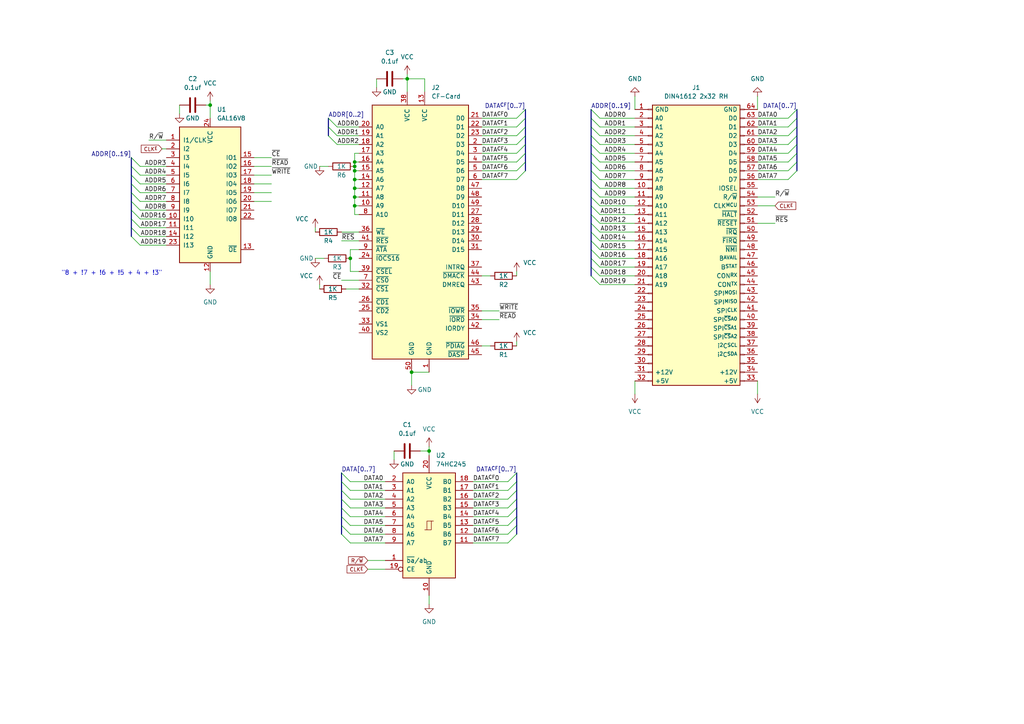
<source format=kicad_sch>
(kicad_sch (version 20230121) (generator eeschema)

  (uuid 280d837a-680b-4e0e-94bf-29c1d2bc12a6)

  (paper "A4")

  (lib_symbols
    (symbol "74xx:74HC245" (pin_names (offset 1.016)) (in_bom yes) (on_board yes)
      (property "Reference" "U" (at -7.62 16.51 0)
        (effects (font (size 1.27 1.27)))
      )
      (property "Value" "74HC245" (at -7.62 -16.51 0)
        (effects (font (size 1.27 1.27)))
      )
      (property "Footprint" "" (at 0 0 0)
        (effects (font (size 1.27 1.27)) hide)
      )
      (property "Datasheet" "http://www.ti.com/lit/gpn/sn74HC245" (at 0 0 0)
        (effects (font (size 1.27 1.27)) hide)
      )
      (property "ki_locked" "" (at 0 0 0)
        (effects (font (size 1.27 1.27)))
      )
      (property "ki_keywords" "HCMOS BUS 3State" (at 0 0 0)
        (effects (font (size 1.27 1.27)) hide)
      )
      (property "ki_description" "Octal BUS Transceivers, 3-State outputs" (at 0 0 0)
        (effects (font (size 1.27 1.27)) hide)
      )
      (property "ki_fp_filters" "DIP?20*" (at 0 0 0)
        (effects (font (size 1.27 1.27)) hide)
      )
      (symbol "74HC245_1_0"
        (polyline
          (pts
            (xy -0.635 -1.27)
            (xy -0.635 1.27)
            (xy 0.635 1.27)
          )
          (stroke (width 0) (type default))
          (fill (type none))
        )
        (polyline
          (pts
            (xy -1.27 -1.27)
            (xy 0.635 -1.27)
            (xy 0.635 1.27)
            (xy 1.27 1.27)
          )
          (stroke (width 0) (type default))
          (fill (type none))
        )
        (pin input line (at -12.7 -10.16 0) (length 5.08)
          (name "~{ba}/ab" (effects (font (size 1.27 1.27))))
          (number "1" (effects (font (size 1.27 1.27))))
        )
        (pin power_in line (at 0 -20.32 90) (length 5.08)
          (name "GND" (effects (font (size 1.27 1.27))))
          (number "10" (effects (font (size 1.27 1.27))))
        )
        (pin tri_state line (at 12.7 -5.08 180) (length 5.08)
          (name "B7" (effects (font (size 1.27 1.27))))
          (number "11" (effects (font (size 1.27 1.27))))
        )
        (pin tri_state line (at 12.7 -2.54 180) (length 5.08)
          (name "B6" (effects (font (size 1.27 1.27))))
          (number "12" (effects (font (size 1.27 1.27))))
        )
        (pin tri_state line (at 12.7 0 180) (length 5.08)
          (name "B5" (effects (font (size 1.27 1.27))))
          (number "13" (effects (font (size 1.27 1.27))))
        )
        (pin tri_state line (at 12.7 2.54 180) (length 5.08)
          (name "B4" (effects (font (size 1.27 1.27))))
          (number "14" (effects (font (size 1.27 1.27))))
        )
        (pin tri_state line (at 12.7 5.08 180) (length 5.08)
          (name "B3" (effects (font (size 1.27 1.27))))
          (number "15" (effects (font (size 1.27 1.27))))
        )
        (pin tri_state line (at 12.7 7.62 180) (length 5.08)
          (name "B2" (effects (font (size 1.27 1.27))))
          (number "16" (effects (font (size 1.27 1.27))))
        )
        (pin tri_state line (at 12.7 10.16 180) (length 5.08)
          (name "B1" (effects (font (size 1.27 1.27))))
          (number "17" (effects (font (size 1.27 1.27))))
        )
        (pin tri_state line (at 12.7 12.7 180) (length 5.08)
          (name "B0" (effects (font (size 1.27 1.27))))
          (number "18" (effects (font (size 1.27 1.27))))
        )
        (pin input inverted (at -12.7 -12.7 0) (length 5.08)
          (name "CE" (effects (font (size 1.27 1.27))))
          (number "19" (effects (font (size 1.27 1.27))))
        )
        (pin tri_state line (at -12.7 12.7 0) (length 5.08)
          (name "A0" (effects (font (size 1.27 1.27))))
          (number "2" (effects (font (size 1.27 1.27))))
        )
        (pin power_in line (at 0 20.32 270) (length 5.08)
          (name "VCC" (effects (font (size 1.27 1.27))))
          (number "20" (effects (font (size 1.27 1.27))))
        )
        (pin tri_state line (at -12.7 10.16 0) (length 5.08)
          (name "A1" (effects (font (size 1.27 1.27))))
          (number "3" (effects (font (size 1.27 1.27))))
        )
        (pin tri_state line (at -12.7 7.62 0) (length 5.08)
          (name "A2" (effects (font (size 1.27 1.27))))
          (number "4" (effects (font (size 1.27 1.27))))
        )
        (pin tri_state line (at -12.7 5.08 0) (length 5.08)
          (name "A3" (effects (font (size 1.27 1.27))))
          (number "5" (effects (font (size 1.27 1.27))))
        )
        (pin tri_state line (at -12.7 2.54 0) (length 5.08)
          (name "A4" (effects (font (size 1.27 1.27))))
          (number "6" (effects (font (size 1.27 1.27))))
        )
        (pin tri_state line (at -12.7 0 0) (length 5.08)
          (name "A5" (effects (font (size 1.27 1.27))))
          (number "7" (effects (font (size 1.27 1.27))))
        )
        (pin tri_state line (at -12.7 -2.54 0) (length 5.08)
          (name "A6" (effects (font (size 1.27 1.27))))
          (number "8" (effects (font (size 1.27 1.27))))
        )
        (pin tri_state line (at -12.7 -5.08 0) (length 5.08)
          (name "A7" (effects (font (size 1.27 1.27))))
          (number "9" (effects (font (size 1.27 1.27))))
        )
      )
      (symbol "74HC245_1_1"
        (rectangle (start -7.62 15.24) (end 7.62 -15.24)
          (stroke (width 0.254) (type default))
          (fill (type background))
        )
      )
    )
    (symbol "Device:C" (pin_numbers hide) (pin_names (offset 0.254)) (in_bom yes) (on_board yes)
      (property "Reference" "C" (at 0.635 2.54 0)
        (effects (font (size 1.27 1.27)) (justify left))
      )
      (property "Value" "C" (at 0.635 -2.54 0)
        (effects (font (size 1.27 1.27)) (justify left))
      )
      (property "Footprint" "" (at 0.9652 -3.81 0)
        (effects (font (size 1.27 1.27)) hide)
      )
      (property "Datasheet" "~" (at 0 0 0)
        (effects (font (size 1.27 1.27)) hide)
      )
      (property "ki_keywords" "cap capacitor" (at 0 0 0)
        (effects (font (size 1.27 1.27)) hide)
      )
      (property "ki_description" "Unpolarized capacitor" (at 0 0 0)
        (effects (font (size 1.27 1.27)) hide)
      )
      (property "ki_fp_filters" "C_*" (at 0 0 0)
        (effects (font (size 1.27 1.27)) hide)
      )
      (symbol "C_0_1"
        (polyline
          (pts
            (xy -2.032 -0.762)
            (xy 2.032 -0.762)
          )
          (stroke (width 0.508) (type default))
          (fill (type none))
        )
        (polyline
          (pts
            (xy -2.032 0.762)
            (xy 2.032 0.762)
          )
          (stroke (width 0.508) (type default))
          (fill (type none))
        )
      )
      (symbol "C_1_1"
        (pin passive line (at 0 3.81 270) (length 2.794)
          (name "~" (effects (font (size 1.27 1.27))))
          (number "1" (effects (font (size 1.27 1.27))))
        )
        (pin passive line (at 0 -3.81 90) (length 2.794)
          (name "~" (effects (font (size 1.27 1.27))))
          (number "2" (effects (font (size 1.27 1.27))))
        )
      )
    )
    (symbol "Device:R" (pin_numbers hide) (pin_names (offset 0)) (in_bom yes) (on_board yes)
      (property "Reference" "R" (at 2.032 0 90)
        (effects (font (size 1.27 1.27)))
      )
      (property "Value" "R" (at 0 0 90)
        (effects (font (size 1.27 1.27)))
      )
      (property "Footprint" "" (at -1.778 0 90)
        (effects (font (size 1.27 1.27)) hide)
      )
      (property "Datasheet" "~" (at 0 0 0)
        (effects (font (size 1.27 1.27)) hide)
      )
      (property "ki_keywords" "R res resistor" (at 0 0 0)
        (effects (font (size 1.27 1.27)) hide)
      )
      (property "ki_description" "Resistor" (at 0 0 0)
        (effects (font (size 1.27 1.27)) hide)
      )
      (property "ki_fp_filters" "R_*" (at 0 0 0)
        (effects (font (size 1.27 1.27)) hide)
      )
      (symbol "R_0_1"
        (rectangle (start -1.016 -2.54) (end 1.016 2.54)
          (stroke (width 0.254) (type default))
          (fill (type none))
        )
      )
      (symbol "R_1_1"
        (pin passive line (at 0 3.81 270) (length 1.27)
          (name "~" (effects (font (size 1.27 1.27))))
          (number "1" (effects (font (size 1.27 1.27))))
        )
        (pin passive line (at 0 -3.81 90) (length 1.27)
          (name "~" (effects (font (size 1.27 1.27))))
          (number "2" (effects (font (size 1.27 1.27))))
        )
      )
    )
    (symbol "GAL20V8:GAL20V8" (pin_names (offset 1.016)) (in_bom yes) (on_board yes)
      (property "Reference" "U" (at -8.89 16.51 0)
        (effects (font (size 1.27 1.27)) (justify left))
      )
      (property "Value" "GAL20V8" (at 1.27 16.51 0)
        (effects (font (size 1.27 1.27)) (justify left))
      )
      (property "Footprint" "Package_DIP:DIP-24_W7.62mm" (at 1.27 24.13 0)
        (effects (font (size 1.27 1.27)) hide)
      )
      (property "Datasheet" "" (at 0 0 0)
        (effects (font (size 1.27 1.27)) hide)
      )
      (property "ki_keywords" "GAL PLD 16V8" (at 0 0 0)
        (effects (font (size 1.27 1.27)) hide)
      )
      (property "ki_description" "Programmable Logic Array, DIP-20/SOIC-20/PLCC-20" (at 0 0 0)
        (effects (font (size 1.27 1.27)) hide)
      )
      (property "ki_fp_filters" "DIP* PDIP* SOIC* SO* PLCC*" (at 0 0 0)
        (effects (font (size 1.27 1.27)) hide)
      )
      (symbol "GAL20V8_0_0"
        (pin input line (at -12.7 -12.7 0) (length 3.81)
          (name "I10" (effects (font (size 1.27 1.27))))
          (number "10" (effects (font (size 1.27 1.27))))
        )
        (pin tri_state line (at 12.7 -7.62 180) (length 3.81)
          (name "IO6" (effects (font (size 1.27 1.27))))
          (number "20" (effects (font (size 1.27 1.27))))
        )
        (pin tri_state line (at 12.7 -10.16 180) (length 3.81)
          (name "IO7" (effects (font (size 1.27 1.27))))
          (number "21" (effects (font (size 1.27 1.27))))
        )
        (pin tri_state line (at 12.7 -12.7 180) (length 3.81)
          (name "IO8" (effects (font (size 1.27 1.27))))
          (number "22" (effects (font (size 1.27 1.27))))
        )
        (pin tri_state line (at -12.7 -20.32 0) (length 3.81)
          (name "I13" (effects (font (size 1.27 1.27))))
          (number "23" (effects (font (size 1.27 1.27))))
        )
        (pin power_in line (at 0 16.51 270) (length 2.54)
          (name "VCC" (effects (font (size 1.27 1.27))))
          (number "24" (effects (font (size 1.27 1.27))))
        )
      )
      (symbol "GAL20V8_0_1"
        (rectangle (start -8.89 13.97) (end 8.89 -25.4)
          (stroke (width 0.254) (type default))
          (fill (type background))
        )
      )
      (symbol "GAL20V8_1_1"
        (pin input line (at -12.7 10.16 0) (length 3.81)
          (name "I1/CLK" (effects (font (size 1.27 1.27))))
          (number "1" (effects (font (size 1.27 1.27))))
        )
        (pin input line (at -12.7 -15.24 0) (length 3.81)
          (name "I11" (effects (font (size 1.27 1.27))))
          (number "11" (effects (font (size 1.27 1.27))))
        )
        (pin power_in line (at 0 -27.94 90) (length 2.54)
          (name "GND" (effects (font (size 1.27 1.27))))
          (number "12" (effects (font (size 1.27 1.27))))
        )
        (pin tri_state line (at 12.7 -21.59 180) (length 3.81)
          (name "~{OE}" (effects (font (size 1.27 1.27))))
          (number "13" (effects (font (size 1.27 1.27))))
        )
        (pin tri_state line (at -12.7 -17.78 0) (length 3.81)
          (name "I12" (effects (font (size 1.27 1.27))))
          (number "14" (effects (font (size 1.27 1.27))))
        )
        (pin tri_state line (at 12.7 5.08 180) (length 3.81)
          (name "IO1" (effects (font (size 1.27 1.27))))
          (number "15" (effects (font (size 1.27 1.27))))
        )
        (pin tri_state line (at 12.7 2.54 180) (length 3.81)
          (name "IO2" (effects (font (size 1.27 1.27))))
          (number "16" (effects (font (size 1.27 1.27))))
        )
        (pin tri_state line (at 12.7 0 180) (length 3.81)
          (name "IO3" (effects (font (size 1.27 1.27))))
          (number "17" (effects (font (size 1.27 1.27))))
        )
        (pin tri_state line (at 12.7 -2.54 180) (length 3.81)
          (name "IO4" (effects (font (size 1.27 1.27))))
          (number "18" (effects (font (size 1.27 1.27))))
        )
        (pin tri_state line (at 12.7 -5.08 180) (length 3.81)
          (name "IO5" (effects (font (size 1.27 1.27))))
          (number "19" (effects (font (size 1.27 1.27))))
        )
        (pin input line (at -12.7 7.62 0) (length 3.81)
          (name "I2" (effects (font (size 1.27 1.27))))
          (number "2" (effects (font (size 1.27 1.27))))
        )
        (pin input line (at -12.7 5.08 0) (length 3.81)
          (name "I3" (effects (font (size 1.27 1.27))))
          (number "3" (effects (font (size 1.27 1.27))))
        )
        (pin input line (at -12.7 2.54 0) (length 3.81)
          (name "I4" (effects (font (size 1.27 1.27))))
          (number "4" (effects (font (size 1.27 1.27))))
        )
        (pin input line (at -12.7 0 0) (length 3.81)
          (name "I5" (effects (font (size 1.27 1.27))))
          (number "5" (effects (font (size 1.27 1.27))))
        )
        (pin input line (at -12.7 -2.54 0) (length 3.81)
          (name "I6" (effects (font (size 1.27 1.27))))
          (number "6" (effects (font (size 1.27 1.27))))
        )
        (pin input line (at -12.7 -5.08 0) (length 3.81)
          (name "I7" (effects (font (size 1.27 1.27))))
          (number "7" (effects (font (size 1.27 1.27))))
        )
        (pin input line (at -12.7 -7.62 0) (length 3.81)
          (name "I8" (effects (font (size 1.27 1.27))))
          (number "8" (effects (font (size 1.27 1.27))))
        )
        (pin input line (at -12.7 -10.16 0) (length 3.81)
          (name "I9" (effects (font (size 1.27 1.27))))
          (number "9" (effects (font (size 1.27 1.27))))
        )
      )
    )
    (symbol "card_bus:card_bus_2_32" (pin_names (offset 2)) (in_bom yes) (on_board yes)
      (property "Reference" "J" (at 12.7 44.45 0)
        (effects (font (size 1.27 1.27)))
      )
      (property "Value" "MX Bus" (at 12.7 41.91 0)
        (effects (font (size 1.27 1.27)))
      )
      (property "Footprint" "card_bus_2_32:DIN41612_R_2x32_Male_Horizontal_THT" (at 11.43 46.99 0)
        (effects (font (size 1.27 1.27)) hide)
      )
      (property "Datasheet" "~" (at 0 0 0)
        (effects (font (size 1.27 1.27)) hide)
      )
      (property "ki_keywords" "connector" (at 0 0 0)
        (effects (font (size 1.27 1.27)) hide)
      )
      (property "ki_description" "DIN41612 connector, double row (AB), 02x32, script generated (kicad-library-utils/schlib/autogen/connector/)" (at 0 0 0)
        (effects (font (size 1.27 1.27)) hide)
      )
      (property "ki_fp_filters" "DIN41612*2x*" (at 0 0 0)
        (effects (font (size 1.27 1.27)) hide)
      )
      (symbol "card_bus_2_32_1_1"
        (rectangle (start -1.27 -40.513) (end 0 -40.767)
          (stroke (width 0.1524) (type default))
          (fill (type none))
        )
        (rectangle (start -1.27 -37.973) (end 0 -38.227)
          (stroke (width 0.1524) (type default))
          (fill (type none))
        )
        (rectangle (start -1.27 -35.433) (end 0 -35.687)
          (stroke (width 0.1524) (type default))
          (fill (type none))
        )
        (rectangle (start -1.27 -32.893) (end 0 -33.147)
          (stroke (width 0.1524) (type default))
          (fill (type none))
        )
        (rectangle (start -1.27 -30.353) (end 0 -30.607)
          (stroke (width 0.1524) (type default))
          (fill (type none))
        )
        (rectangle (start -1.27 -27.813) (end 0 -28.067)
          (stroke (width 0.1524) (type default))
          (fill (type none))
        )
        (rectangle (start -1.27 -25.273) (end 0 -25.527)
          (stroke (width 0.1524) (type default))
          (fill (type none))
        )
        (rectangle (start -1.27 -22.733) (end 0 -22.987)
          (stroke (width 0.1524) (type default))
          (fill (type none))
        )
        (rectangle (start -1.27 -20.193) (end 0 -20.447)
          (stroke (width 0.1524) (type default))
          (fill (type none))
        )
        (rectangle (start -1.27 -17.653) (end 0 -17.907)
          (stroke (width 0.1524) (type default))
          (fill (type none))
        )
        (rectangle (start -1.27 -15.113) (end 0 -15.367)
          (stroke (width 0.1524) (type default))
          (fill (type none))
        )
        (rectangle (start -1.27 -12.573) (end 0 -12.827)
          (stroke (width 0.1524) (type default))
          (fill (type none))
        )
        (rectangle (start -1.27 -10.033) (end 0 -10.287)
          (stroke (width 0.1524) (type default))
          (fill (type none))
        )
        (rectangle (start -1.27 -7.493) (end 0 -7.747)
          (stroke (width 0.1524) (type default))
          (fill (type none))
        )
        (rectangle (start -1.27 -4.953) (end 0 -5.207)
          (stroke (width 0.1524) (type default))
          (fill (type none))
        )
        (rectangle (start -1.27 -2.413) (end 0 -2.667)
          (stroke (width 0.1524) (type default))
          (fill (type none))
        )
        (rectangle (start -1.27 0.127) (end 0 -0.127)
          (stroke (width 0.1524) (type default))
          (fill (type none))
        )
        (rectangle (start -1.27 2.667) (end 0 2.413)
          (stroke (width 0.1524) (type default))
          (fill (type none))
        )
        (rectangle (start -1.27 5.207) (end 0 4.953)
          (stroke (width 0.1524) (type default))
          (fill (type none))
        )
        (rectangle (start -1.27 7.747) (end 0 7.493)
          (stroke (width 0.1524) (type default))
          (fill (type none))
        )
        (rectangle (start -1.27 10.287) (end 0 10.033)
          (stroke (width 0.1524) (type default))
          (fill (type none))
        )
        (rectangle (start -1.27 12.827) (end 0 12.573)
          (stroke (width 0.1524) (type default))
          (fill (type none))
        )
        (rectangle (start -1.27 15.367) (end 0 15.113)
          (stroke (width 0.1524) (type default))
          (fill (type none))
        )
        (rectangle (start -1.27 17.907) (end 0 17.653)
          (stroke (width 0.1524) (type default))
          (fill (type none))
        )
        (rectangle (start -1.27 20.447) (end 0 20.193)
          (stroke (width 0.1524) (type default))
          (fill (type none))
        )
        (rectangle (start -1.27 22.987) (end 0 22.733)
          (stroke (width 0.1524) (type default))
          (fill (type none))
        )
        (rectangle (start -1.27 25.527) (end 0 25.273)
          (stroke (width 0.1524) (type default))
          (fill (type none))
        )
        (rectangle (start -1.27 28.067) (end 0 27.813)
          (stroke (width 0.1524) (type default))
          (fill (type none))
        )
        (rectangle (start -1.27 30.607) (end 0 30.353)
          (stroke (width 0.1524) (type default))
          (fill (type none))
        )
        (rectangle (start -1.27 33.147) (end 0 32.893)
          (stroke (width 0.1524) (type default))
          (fill (type none))
        )
        (rectangle (start -1.27 35.687) (end 0 35.433)
          (stroke (width 0.1524) (type default))
          (fill (type none))
        )
        (rectangle (start -1.27 38.227) (end 0 37.973)
          (stroke (width 0.1524) (type default))
          (fill (type none))
        )
        (rectangle (start 0 39.37) (end 25.4 -41.91)
          (stroke (width 0.254) (type default))
          (fill (type background))
        )
        (rectangle (start 25.4 -40.513) (end 26.67 -40.767)
          (stroke (width 0.1524) (type default))
          (fill (type none))
        )
        (rectangle (start 25.4 -37.973) (end 26.67 -38.227)
          (stroke (width 0.1524) (type default))
          (fill (type none))
        )
        (rectangle (start 25.4 -35.433) (end 26.67 -35.687)
          (stroke (width 0.1524) (type default))
          (fill (type none))
        )
        (rectangle (start 25.4 -32.893) (end 26.67 -33.147)
          (stroke (width 0.1524) (type default))
          (fill (type none))
        )
        (rectangle (start 25.4 -30.353) (end 26.67 -30.607)
          (stroke (width 0.1524) (type default))
          (fill (type none))
        )
        (rectangle (start 25.4 -27.813) (end 26.67 -28.067)
          (stroke (width 0.1524) (type default))
          (fill (type none))
        )
        (rectangle (start 25.4 -25.273) (end 26.67 -25.527)
          (stroke (width 0.1524) (type default))
          (fill (type none))
        )
        (rectangle (start 25.4 -22.733) (end 26.67 -22.987)
          (stroke (width 0.1524) (type default))
          (fill (type none))
        )
        (rectangle (start 25.4 -20.193) (end 26.67 -20.447)
          (stroke (width 0.1524) (type default))
          (fill (type none))
        )
        (rectangle (start 25.4 -17.653) (end 26.67 -17.907)
          (stroke (width 0.1524) (type default))
          (fill (type none))
        )
        (rectangle (start 25.4 -15.113) (end 26.67 -15.367)
          (stroke (width 0.1524) (type default))
          (fill (type none))
        )
        (rectangle (start 25.4 -12.573) (end 26.67 -12.827)
          (stroke (width 0.1524) (type default))
          (fill (type none))
        )
        (rectangle (start 25.4 -10.033) (end 26.67 -10.287)
          (stroke (width 0.1524) (type default))
          (fill (type none))
        )
        (rectangle (start 25.4 -7.493) (end 26.67 -7.747)
          (stroke (width 0.1524) (type default))
          (fill (type none))
        )
        (rectangle (start 25.4 -4.953) (end 26.67 -5.207)
          (stroke (width 0.1524) (type default))
          (fill (type none))
        )
        (rectangle (start 25.4 -2.413) (end 26.67 -2.667)
          (stroke (width 0.1524) (type default))
          (fill (type none))
        )
        (rectangle (start 25.4 0.127) (end 26.67 -0.127)
          (stroke (width 0.1524) (type default))
          (fill (type none))
        )
        (rectangle (start 25.4 2.667) (end 26.67 2.413)
          (stroke (width 0.1524) (type default))
          (fill (type none))
        )
        (rectangle (start 25.4 5.207) (end 26.67 4.953)
          (stroke (width 0.1524) (type default))
          (fill (type none))
        )
        (rectangle (start 25.4 7.747) (end 26.67 7.493)
          (stroke (width 0.1524) (type default))
          (fill (type none))
        )
        (rectangle (start 25.4 10.287) (end 26.67 10.033)
          (stroke (width 0.1524) (type default))
          (fill (type none))
        )
        (rectangle (start 25.4 12.827) (end 26.67 12.573)
          (stroke (width 0.1524) (type default))
          (fill (type none))
        )
        (rectangle (start 25.4 15.367) (end 26.67 15.113)
          (stroke (width 0.1524) (type default))
          (fill (type none))
        )
        (rectangle (start 25.4 17.907) (end 26.67 17.653)
          (stroke (width 0.1524) (type default))
          (fill (type none))
        )
        (rectangle (start 25.4 20.447) (end 26.67 20.193)
          (stroke (width 0.1524) (type default))
          (fill (type none))
        )
        (rectangle (start 25.4 22.987) (end 26.67 22.733)
          (stroke (width 0.1524) (type default))
          (fill (type none))
        )
        (rectangle (start 25.4 25.527) (end 26.67 25.273)
          (stroke (width 0.1524) (type default))
          (fill (type none))
        )
        (rectangle (start 25.4 28.067) (end 26.67 27.813)
          (stroke (width 0.1524) (type default))
          (fill (type none))
        )
        (rectangle (start 25.4 30.607) (end 26.67 30.353)
          (stroke (width 0.1524) (type default))
          (fill (type none))
        )
        (rectangle (start 25.4 33.147) (end 26.67 32.893)
          (stroke (width 0.1524) (type default))
          (fill (type none))
        )
        (rectangle (start 25.4 35.687) (end 26.67 35.433)
          (stroke (width 0.1524) (type default))
          (fill (type none))
        )
        (rectangle (start 25.4 38.227) (end 26.67 37.973)
          (stroke (width 0.1524) (type default))
          (fill (type none))
        )
        (pin power_in line (at -5.08 38.1 0) (length 3.81)
          (name "GND" (effects (font (size 1.27 1.27))))
          (number "1" (effects (font (size 1.27 1.27))))
        )
        (pin output line (at -5.08 15.24 0) (length 3.81)
          (name "A8" (effects (font (size 1.27 1.27))))
          (number "10" (effects (font (size 1.27 1.27))))
        )
        (pin output line (at -5.08 12.7 0) (length 3.81)
          (name "A9" (effects (font (size 1.27 1.27))))
          (number "11" (effects (font (size 1.27 1.27))))
        )
        (pin output line (at -5.08 10.16 0) (length 3.81)
          (name "A10" (effects (font (size 1.27 1.27))))
          (number "12" (effects (font (size 1.27 1.27))))
        )
        (pin output line (at -5.08 7.62 0) (length 3.81)
          (name "A11" (effects (font (size 1.27 1.27))))
          (number "13" (effects (font (size 1.27 1.27))))
        )
        (pin output line (at -5.08 5.08 0) (length 3.81)
          (name "A12" (effects (font (size 1.27 1.27))))
          (number "14" (effects (font (size 1.27 1.27))))
        )
        (pin output line (at -5.08 2.54 0) (length 3.81)
          (name "A13" (effects (font (size 1.27 1.27))))
          (number "15" (effects (font (size 1.27 1.27))))
        )
        (pin output line (at -5.08 0 0) (length 3.81)
          (name "A14" (effects (font (size 1.27 1.27))))
          (number "16" (effects (font (size 1.27 1.27))))
        )
        (pin output line (at -5.08 -2.54 0) (length 3.81)
          (name "A15" (effects (font (size 1.27 1.27))))
          (number "17" (effects (font (size 1.27 1.27))))
        )
        (pin output line (at -5.08 -5.08 0) (length 3.81)
          (name "A16" (effects (font (size 1.27 1.27))))
          (number "18" (effects (font (size 1.27 1.27))))
        )
        (pin output line (at -5.08 -7.62 0) (length 3.81)
          (name "A17" (effects (font (size 1.27 1.27))))
          (number "19" (effects (font (size 1.27 1.27))))
        )
        (pin output line (at -5.08 35.56 0) (length 3.81)
          (name "A0" (effects (font (size 1.27 1.27))))
          (number "2" (effects (font (size 1.27 1.27))))
        )
        (pin output line (at -5.08 -10.16 0) (length 3.81)
          (name "A18" (effects (font (size 1.27 1.27))))
          (number "20" (effects (font (size 1.27 1.27))))
        )
        (pin output line (at -5.08 -12.7 0) (length 3.81)
          (name "A19" (effects (font (size 1.27 1.27))))
          (number "21" (effects (font (size 1.27 1.27))))
        )
        (pin unspecified line (at -5.08 -15.24 0) (length 3.81)
          (name "" (effects (font (size 1.27 1.27))))
          (number "22" (effects (font (size 1.27 1.27))))
        )
        (pin unspecified line (at -5.08 -17.78 0) (length 3.81)
          (name "" (effects (font (size 1.27 1.27))))
          (number "23" (effects (font (size 1.27 1.27))))
        )
        (pin unspecified line (at -5.08 -20.32 0) (length 3.81)
          (name "" (effects (font (size 1.27 1.27))))
          (number "24" (effects (font (size 1.27 1.27))))
        )
        (pin unspecified line (at -5.08 -22.86 0) (length 3.81)
          (name "" (effects (font (size 1.27 1.27))))
          (number "25" (effects (font (size 1.27 1.27))))
        )
        (pin unspecified line (at -5.08 -25.4 0) (length 3.81)
          (name "" (effects (font (size 1.27 1.27))))
          (number "26" (effects (font (size 1.27 1.27))))
        )
        (pin unspecified line (at -5.08 -27.94 0) (length 3.81)
          (name "" (effects (font (size 1.27 1.27))))
          (number "27" (effects (font (size 1.27 1.27))))
        )
        (pin unspecified line (at -5.08 -30.48 0) (length 3.81)
          (name "" (effects (font (size 1.27 1.27))))
          (number "28" (effects (font (size 1.27 1.27))))
        )
        (pin unspecified line (at -5.08 -33.02 0) (length 3.81)
          (name "" (effects (font (size 1.27 1.27))))
          (number "29" (effects (font (size 1.27 1.27))))
        )
        (pin output line (at -5.08 33.02 0) (length 3.81)
          (name "A1" (effects (font (size 1.27 1.27))))
          (number "3" (effects (font (size 1.27 1.27))))
        )
        (pin unspecified line (at -5.08 -35.56 0) (length 3.81)
          (name "" (effects (font (size 1.27 1.27))))
          (number "30" (effects (font (size 1.27 1.27))))
        )
        (pin unspecified line (at -5.08 -38.1 0) (length 3.81)
          (name "+12V" (effects (font (size 1.27 1.27))))
          (number "31" (effects (font (size 1.27 1.27))))
        )
        (pin power_in line (at -5.08 -40.64 0) (length 3.81)
          (name "+5V" (effects (font (size 1.27 1.27))))
          (number "32" (effects (font (size 1.27 1.27))))
        )
        (pin power_in line (at 30.48 -40.64 180) (length 3.81)
          (name "+5V" (effects (font (size 1.27 1.27))))
          (number "33" (effects (font (size 1.27 1.27))))
        )
        (pin unspecified line (at 30.48 -38.1 180) (length 3.81)
          (name "+12V" (effects (font (size 1.27 1.27))))
          (number "34" (effects (font (size 1.27 1.27))))
        )
        (pin unspecified line (at 30.48 -35.56 180) (length 3.81)
          (name "" (effects (font (size 1.27 1.27))))
          (number "35" (effects (font (size 1.27 1.27))))
        )
        (pin bidirectional line (at 30.48 -33.02 180) (length 3.81)
          (name "i^{2}C^{SDA}" (effects (font (size 1.27 1.27))))
          (number "36" (effects (font (size 1.27 1.27))))
        )
        (pin output line (at 30.48 -30.48 180) (length 3.81)
          (name "i^{2}C^{SCL}" (effects (font (size 1.27 1.27))))
          (number "37" (effects (font (size 1.27 1.27))))
        )
        (pin output line (at 30.48 -27.94 180) (length 3.81)
          (name "SPI^{~{CS}A2}" (effects (font (size 1.27 1.27))))
          (number "38" (effects (font (size 1.27 1.27))))
        )
        (pin output line (at 30.48 -25.4 180) (length 3.81)
          (name "SPI^{~{CS}A1}" (effects (font (size 1.27 1.27))))
          (number "39" (effects (font (size 1.27 1.27))))
        )
        (pin output line (at -5.08 30.48 0) (length 3.81)
          (name "A2" (effects (font (size 1.27 1.27))))
          (number "4" (effects (font (size 1.27 1.27))))
        )
        (pin output line (at 30.48 -22.86 180) (length 3.81)
          (name "SPI^{~{CS}A0}" (effects (font (size 1.27 1.27))))
          (number "40" (effects (font (size 1.27 1.27))))
        )
        (pin output line (at 30.48 -20.32 180) (length 3.81)
          (name "SPI^{CLK}" (effects (font (size 1.27 1.27))))
          (number "41" (effects (font (size 1.27 1.27))))
        )
        (pin input line (at 30.48 -17.78 180) (length 3.81)
          (name "SPI^{MISO}" (effects (font (size 1.27 1.27))))
          (number "42" (effects (font (size 1.27 1.27))))
        )
        (pin output line (at 30.48 -15.24 180) (length 3.81)
          (name "SPI^{MOSI}" (effects (font (size 1.27 1.27))))
          (number "43" (effects (font (size 1.27 1.27))))
        )
        (pin output line (at 30.48 -12.7 180) (length 3.81)
          (name "CON^{TX}" (effects (font (size 1.27 1.27))))
          (number "44" (effects (font (size 1.27 1.27))))
        )
        (pin input line (at 30.48 -10.16 180) (length 3.81)
          (name "CON^{RX}" (effects (font (size 1.27 1.27))))
          (number "45" (effects (font (size 1.27 1.27))))
        )
        (pin output line (at 30.48 -7.62 180) (length 3.81)
          (name "B^{STAT}" (effects (font (size 1.27 1.27))))
          (number "46" (effects (font (size 1.27 1.27))))
        )
        (pin output line (at 30.48 -5.08 180) (length 3.81)
          (name "B^{AVAIL}" (effects (font (size 1.27 1.27))))
          (number "47" (effects (font (size 1.27 1.27))))
        )
        (pin input line (at 30.48 -2.54 180) (length 3.81)
          (name "~{NMI}" (effects (font (size 1.27 1.27))))
          (number "48" (effects (font (size 1.27 1.27))))
        )
        (pin input line (at 30.48 0 180) (length 3.81)
          (name "~{FIRQ}" (effects (font (size 1.27 1.27))))
          (number "49" (effects (font (size 1.27 1.27))))
        )
        (pin output line (at -5.08 27.94 0) (length 3.81)
          (name "A3" (effects (font (size 1.27 1.27))))
          (number "5" (effects (font (size 1.27 1.27))))
        )
        (pin input line (at 30.48 2.54 180) (length 3.81)
          (name "~{IRQ}" (effects (font (size 1.27 1.27))))
          (number "50" (effects (font (size 1.27 1.27))))
        )
        (pin input line (at 30.48 5.08 180) (length 3.81)
          (name "~{RESET}" (effects (font (size 1.27 1.27))))
          (number "51" (effects (font (size 1.27 1.27))))
        )
        (pin input line (at 30.48 7.62 180) (length 3.81)
          (name "~{HALT}" (effects (font (size 1.27 1.27))))
          (number "52" (effects (font (size 1.27 1.27))))
        )
        (pin input line (at 30.48 10.16 180) (length 3.81)
          (name "CLK^{MCU}" (effects (font (size 1.27 1.27))))
          (number "53" (effects (font (size 1.27 1.27))))
        )
        (pin output line (at 30.48 12.7 180) (length 3.81)
          (name "R/~{W}" (effects (font (size 1.27 1.27))))
          (number "54" (effects (font (size 1.27 1.27))))
        )
        (pin output line (at 30.48 15.24 180) (length 3.81)
          (name "IOSEL" (effects (font (size 1.27 1.27))))
          (number "55" (effects (font (size 1.27 1.27))))
        )
        (pin bidirectional line (at 30.48 17.78 180) (length 3.81)
          (name "D7" (effects (font (size 1.27 1.27))))
          (number "56" (effects (font (size 1.27 1.27))))
        )
        (pin bidirectional line (at 30.48 20.32 180) (length 3.81)
          (name "D6" (effects (font (size 1.27 1.27))))
          (number "57" (effects (font (size 1.27 1.27))))
        )
        (pin bidirectional line (at 30.48 22.86 180) (length 3.81)
          (name "D5" (effects (font (size 1.27 1.27))))
          (number "58" (effects (font (size 1.27 1.27))))
        )
        (pin bidirectional line (at 30.48 25.4 180) (length 3.81)
          (name "D4" (effects (font (size 1.27 1.27))))
          (number "59" (effects (font (size 1.27 1.27))))
        )
        (pin output line (at -5.08 25.4 0) (length 3.81)
          (name "A4" (effects (font (size 1.27 1.27))))
          (number "6" (effects (font (size 1.27 1.27))))
        )
        (pin bidirectional line (at 30.48 27.94 180) (length 3.81)
          (name "D3" (effects (font (size 1.27 1.27))))
          (number "60" (effects (font (size 1.27 1.27))))
        )
        (pin bidirectional line (at 30.48 30.48 180) (length 3.81)
          (name "D2" (effects (font (size 1.27 1.27))))
          (number "61" (effects (font (size 1.27 1.27))))
        )
        (pin bidirectional line (at 30.48 33.02 180) (length 3.81)
          (name "D1" (effects (font (size 1.27 1.27))))
          (number "62" (effects (font (size 1.27 1.27))))
        )
        (pin unspecified line (at 30.48 35.56 180) (length 3.81)
          (name "D0" (effects (font (size 1.27 1.27))))
          (number "63" (effects (font (size 1.27 1.27))))
        )
        (pin power_in line (at 30.48 38.1 180) (length 3.81)
          (name "GND" (effects (font (size 1.27 1.27))))
          (number "64" (effects (font (size 1.27 1.27))))
        )
        (pin output line (at -5.08 22.86 0) (length 3.81)
          (name "A5" (effects (font (size 1.27 1.27))))
          (number "7" (effects (font (size 1.27 1.27))))
        )
        (pin output line (at -5.08 20.32 0) (length 3.81)
          (name "A6" (effects (font (size 1.27 1.27))))
          (number "8" (effects (font (size 1.27 1.27))))
        )
        (pin output line (at -5.08 17.78 0) (length 3.81)
          (name "A7" (effects (font (size 1.27 1.27))))
          (number "9" (effects (font (size 1.27 1.27))))
        )
      )
    )
    (symbol "cf_card:CF-Card" (pin_names (offset 1.016)) (in_bom yes) (on_board yes)
      (property "Reference" "J" (at 1.27 -1.27 0)
        (effects (font (size 1.27 1.27)))
      )
      (property "Value" "CF-Card" (at 1.27 -5.08 0)
        (effects (font (size 1.27 1.27)))
      )
      (property "Footprint" "" (at -1.27 -16.51 0)
        (effects (font (size 1.27 1.27)) hide)
      )
      (property "Datasheet" "~" (at -11.43 0 0)
        (effects (font (size 1.27 1.27)) hide)
      )
      (property "ki_keywords" "connector" (at 0 0 0)
        (effects (font (size 1.27 1.27)) hide)
      )
      (property "ki_description" "Compact Flash 50 pin" (at 0 0 0)
        (effects (font (size 1.27 1.27)) hide)
      )
      (property "ki_fp_filters" "Connector*:*_2x??_*" (at 0 0 0)
        (effects (font (size 1.27 1.27)) hide)
      )
      (symbol "CF-Card_1_1"
        (rectangle (start -12.7 31.75) (end 15.24 -41.91)
          (stroke (width 0.254) (type default))
          (fill (type background))
        )
        (pin power_in line (at 3.81 -45.72 90) (length 3.81)
          (name "GND" (effects (font (size 1.27 1.27))))
          (number "1" (effects (font (size 1.27 1.27))))
        )
        (pin input line (at -16.51 2.54 0) (length 3.81)
          (name "A9" (effects (font (size 1.27 1.27))))
          (number "10" (effects (font (size 1.27 1.27))))
        )
        (pin input line (at -16.51 5.08 0) (length 3.81)
          (name "A8" (effects (font (size 1.27 1.27))))
          (number "11" (effects (font (size 1.27 1.27))))
        )
        (pin input line (at -16.51 7.62 0) (length 3.81)
          (name "A7" (effects (font (size 1.27 1.27))))
          (number "12" (effects (font (size 1.27 1.27))))
        )
        (pin power_in line (at 2.54 35.56 270) (length 3.81)
          (name "VCC" (effects (font (size 1.27 1.27))))
          (number "13" (effects (font (size 1.27 1.27))))
        )
        (pin input line (at -16.51 10.16 0) (length 3.81)
          (name "A6" (effects (font (size 1.27 1.27))))
          (number "14" (effects (font (size 1.27 1.27))))
        )
        (pin input line (at -16.51 12.7 0) (length 3.81)
          (name "A5" (effects (font (size 1.27 1.27))))
          (number "15" (effects (font (size 1.27 1.27))))
        )
        (pin input line (at -16.51 15.24 0) (length 3.81)
          (name "A4" (effects (font (size 1.27 1.27))))
          (number "16" (effects (font (size 1.27 1.27))))
        )
        (pin input line (at -16.51 17.78 0) (length 3.81)
          (name "A3" (effects (font (size 1.27 1.27))))
          (number "17" (effects (font (size 1.27 1.27))))
        )
        (pin input line (at -16.51 20.32 0) (length 3.81)
          (name "A2" (effects (font (size 1.27 1.27))))
          (number "18" (effects (font (size 1.27 1.27))))
        )
        (pin input line (at -16.51 22.86 0) (length 3.81)
          (name "A1" (effects (font (size 1.27 1.27))))
          (number "19" (effects (font (size 1.27 1.27))))
        )
        (pin bidirectional line (at 19.05 20.32 180) (length 3.81)
          (name "D3" (effects (font (size 1.27 1.27))))
          (number "2" (effects (font (size 1.27 1.27))))
        )
        (pin input line (at -16.51 25.4 0) (length 3.81)
          (name "A0" (effects (font (size 1.27 1.27))))
          (number "20" (effects (font (size 1.27 1.27))))
        )
        (pin bidirectional line (at 19.05 27.94 180) (length 3.81)
          (name "D0" (effects (font (size 1.27 1.27))))
          (number "21" (effects (font (size 1.27 1.27))))
        )
        (pin bidirectional line (at 19.05 25.4 180) (length 3.81)
          (name "D1" (effects (font (size 1.27 1.27))))
          (number "22" (effects (font (size 1.27 1.27))))
        )
        (pin bidirectional line (at 19.05 22.86 180) (length 3.81)
          (name "D2" (effects (font (size 1.27 1.27))))
          (number "23" (effects (font (size 1.27 1.27))))
        )
        (pin input line (at -16.51 -12.7 0) (length 3.81)
          (name "~{IOCS16}" (effects (font (size 1.27 1.27))))
          (number "24" (effects (font (size 1.27 1.27))))
        )
        (pin input line (at -16.51 -27.94 0) (length 3.81)
          (name "~{CD2}" (effects (font (size 1.27 1.27))))
          (number "25" (effects (font (size 1.27 1.27))))
        )
        (pin input line (at -16.51 -25.4 0) (length 3.81)
          (name "~{CD1}" (effects (font (size 1.27 1.27))))
          (number "26" (effects (font (size 1.27 1.27))))
        )
        (pin bidirectional line (at 19.05 0 180) (length 3.81)
          (name "D11" (effects (font (size 1.27 1.27))))
          (number "27" (effects (font (size 1.27 1.27))))
        )
        (pin bidirectional line (at 19.05 -2.54 180) (length 3.81)
          (name "D12" (effects (font (size 1.27 1.27))))
          (number "28" (effects (font (size 1.27 1.27))))
        )
        (pin bidirectional line (at 19.05 -5.08 180) (length 3.81)
          (name "D13" (effects (font (size 1.27 1.27))))
          (number "29" (effects (font (size 1.27 1.27))))
        )
        (pin bidirectional line (at 19.05 17.78 180) (length 3.81)
          (name "D4" (effects (font (size 1.27 1.27))))
          (number "3" (effects (font (size 1.27 1.27))))
        )
        (pin bidirectional line (at 19.05 -7.62 180) (length 3.81)
          (name "D14" (effects (font (size 1.27 1.27))))
          (number "30" (effects (font (size 1.27 1.27))))
        )
        (pin bidirectional line (at 19.05 -10.16 180) (length 3.81)
          (name "D15" (effects (font (size 1.27 1.27))))
          (number "31" (effects (font (size 1.27 1.27))))
        )
        (pin input line (at -16.51 -21.59 0) (length 3.81)
          (name "~{CS1}" (effects (font (size 1.27 1.27))))
          (number "32" (effects (font (size 1.27 1.27))))
        )
        (pin input line (at -16.51 -31.75 0) (length 3.81)
          (name "VS1" (effects (font (size 1.27 1.27))))
          (number "33" (effects (font (size 1.27 1.27))))
        )
        (pin input line (at 19.05 -30.48 180) (length 3.81)
          (name "~{IORD}" (effects (font (size 1.27 1.27))))
          (number "34" (effects (font (size 1.27 1.27))))
        )
        (pin input line (at 19.05 -27.94 180) (length 3.81)
          (name "~{IOWR}" (effects (font (size 1.27 1.27))))
          (number "35" (effects (font (size 1.27 1.27))))
        )
        (pin passive line (at -16.51 -5.08 0) (length 3.81)
          (name "~{WE}" (effects (font (size 1.27 1.27))))
          (number "36" (effects (font (size 1.27 1.27))))
        )
        (pin output line (at 19.05 -15.24 180) (length 3.81)
          (name "INTRQ" (effects (font (size 1.27 1.27))))
          (number "37" (effects (font (size 1.27 1.27))))
        )
        (pin power_in line (at -2.54 35.56 270) (length 3.81)
          (name "VCC" (effects (font (size 1.27 1.27))))
          (number "38" (effects (font (size 1.27 1.27))))
        )
        (pin input line (at -16.51 -16.51 0) (length 3.81)
          (name "~{CSEL}" (effects (font (size 1.27 1.27))))
          (number "39" (effects (font (size 1.27 1.27))))
        )
        (pin bidirectional line (at 19.05 15.24 180) (length 3.81)
          (name "D5" (effects (font (size 1.27 1.27))))
          (number "4" (effects (font (size 1.27 1.27))))
        )
        (pin input line (at -16.51 -34.29 0) (length 3.81)
          (name "VS2" (effects (font (size 1.27 1.27))))
          (number "40" (effects (font (size 1.27 1.27))))
        )
        (pin input line (at -16.51 -7.62 0) (length 3.81)
          (name "~{RES}" (effects (font (size 1.27 1.27))))
          (number "41" (effects (font (size 1.27 1.27))))
        )
        (pin output line (at 19.05 -33.02 180) (length 3.81)
          (name "IORDY" (effects (font (size 1.27 1.27))))
          (number "42" (effects (font (size 1.27 1.27))))
        )
        (pin output line (at 19.05 -20.32 180) (length 3.81)
          (name "DMREQ" (effects (font (size 1.27 1.27))))
          (number "43" (effects (font (size 1.27 1.27))))
        )
        (pin input line (at 19.05 -17.78 180) (length 3.81)
          (name "~{DMACK}" (effects (font (size 1.27 1.27))))
          (number "44" (effects (font (size 1.27 1.27))))
        )
        (pin input line (at 19.05 -40.64 180) (length 3.81)
          (name "~{DASP}" (effects (font (size 1.27 1.27))))
          (number "45" (effects (font (size 1.27 1.27))))
        )
        (pin input line (at 19.05 -38.1 180) (length 3.81)
          (name "~{PDIAG}" (effects (font (size 1.27 1.27))))
          (number "46" (effects (font (size 1.27 1.27))))
        )
        (pin bidirectional line (at 19.05 7.62 180) (length 3.81)
          (name "D8" (effects (font (size 1.27 1.27))))
          (number "47" (effects (font (size 1.27 1.27))))
        )
        (pin bidirectional line (at 19.05 5.08 180) (length 3.81)
          (name "D9" (effects (font (size 1.27 1.27))))
          (number "48" (effects (font (size 1.27 1.27))))
        )
        (pin bidirectional line (at 19.05 2.54 180) (length 3.81)
          (name "D10" (effects (font (size 1.27 1.27))))
          (number "49" (effects (font (size 1.27 1.27))))
        )
        (pin bidirectional line (at 19.05 12.7 180) (length 3.81)
          (name "D6" (effects (font (size 1.27 1.27))))
          (number "5" (effects (font (size 1.27 1.27))))
        )
        (pin power_in line (at -1.27 -45.72 90) (length 3.81)
          (name "GND" (effects (font (size 1.27 1.27))))
          (number "50" (effects (font (size 1.27 1.27))))
        )
        (pin bidirectional line (at 19.05 10.16 180) (length 3.81)
          (name "D7" (effects (font (size 1.27 1.27))))
          (number "6" (effects (font (size 1.27 1.27))))
        )
        (pin input line (at -16.51 -19.05 0) (length 3.81)
          (name "~{CS0}" (effects (font (size 1.27 1.27))))
          (number "7" (effects (font (size 1.27 1.27))))
        )
        (pin input line (at -16.51 0 0) (length 3.81)
          (name "A10" (effects (font (size 1.27 1.27))))
          (number "8" (effects (font (size 1.27 1.27))))
        )
        (pin input line (at -16.51 -10.16 0) (length 3.81)
          (name "~{ATA}" (effects (font (size 1.27 1.27))))
          (number "9" (effects (font (size 1.27 1.27))))
        )
      )
    )
    (symbol "power:GND" (power) (pin_names (offset 0)) (in_bom yes) (on_board yes)
      (property "Reference" "#PWR" (at 0 -6.35 0)
        (effects (font (size 1.27 1.27)) hide)
      )
      (property "Value" "GND" (at 0 -3.81 0)
        (effects (font (size 1.27 1.27)))
      )
      (property "Footprint" "" (at 0 0 0)
        (effects (font (size 1.27 1.27)) hide)
      )
      (property "Datasheet" "" (at 0 0 0)
        (effects (font (size 1.27 1.27)) hide)
      )
      (property "ki_keywords" "global power" (at 0 0 0)
        (effects (font (size 1.27 1.27)) hide)
      )
      (property "ki_description" "Power symbol creates a global label with name \"GND\" , ground" (at 0 0 0)
        (effects (font (size 1.27 1.27)) hide)
      )
      (symbol "GND_0_1"
        (polyline
          (pts
            (xy 0 0)
            (xy 0 -1.27)
            (xy 1.27 -1.27)
            (xy 0 -2.54)
            (xy -1.27 -1.27)
            (xy 0 -1.27)
          )
          (stroke (width 0) (type default))
          (fill (type none))
        )
      )
      (symbol "GND_1_1"
        (pin power_in line (at 0 0 270) (length 0) hide
          (name "GND" (effects (font (size 1.27 1.27))))
          (number "1" (effects (font (size 1.27 1.27))))
        )
      )
    )
    (symbol "power:VCC" (power) (pin_names (offset 0)) (in_bom yes) (on_board yes)
      (property "Reference" "#PWR" (at 0 -3.81 0)
        (effects (font (size 1.27 1.27)) hide)
      )
      (property "Value" "VCC" (at 0 3.81 0)
        (effects (font (size 1.27 1.27)))
      )
      (property "Footprint" "" (at 0 0 0)
        (effects (font (size 1.27 1.27)) hide)
      )
      (property "Datasheet" "" (at 0 0 0)
        (effects (font (size 1.27 1.27)) hide)
      )
      (property "ki_keywords" "global power" (at 0 0 0)
        (effects (font (size 1.27 1.27)) hide)
      )
      (property "ki_description" "Power symbol creates a global label with name \"VCC\"" (at 0 0 0)
        (effects (font (size 1.27 1.27)) hide)
      )
      (symbol "VCC_0_1"
        (polyline
          (pts
            (xy -0.762 1.27)
            (xy 0 2.54)
          )
          (stroke (width 0) (type default))
          (fill (type none))
        )
        (polyline
          (pts
            (xy 0 0)
            (xy 0 2.54)
          )
          (stroke (width 0) (type default))
          (fill (type none))
        )
        (polyline
          (pts
            (xy 0 2.54)
            (xy 0.762 1.27)
          )
          (stroke (width 0) (type default))
          (fill (type none))
        )
      )
      (symbol "VCC_1_1"
        (pin power_in line (at 0 0 90) (length 0) hide
          (name "VCC" (effects (font (size 1.27 1.27))))
          (number "1" (effects (font (size 1.27 1.27))))
        )
      )
    )
  )

  (junction (at 102.87 48.26) (diameter 0) (color 0 0 0 0)
    (uuid 1bb9e8c9-dba3-425a-b05a-ed262abb5c18)
  )
  (junction (at 102.87 54.61) (diameter 0) (color 0 0 0 0)
    (uuid 4195d08f-ef26-4df4-8d4d-610cc75a428f)
  )
  (junction (at 102.87 57.15) (diameter 0) (color 0 0 0 0)
    (uuid 663d56ce-8c88-44d8-aebc-3a4a7e5b9f4c)
  )
  (junction (at 101.6 74.93) (diameter 0) (color 0 0 0 0)
    (uuid 6a555e89-f882-413b-84c9-36b07721bb32)
  )
  (junction (at 118.11 22.86) (diameter 0) (color 0 0 0 0)
    (uuid 6bc83785-b966-46e8-b9cb-9164c58e2fa6)
  )
  (junction (at 124.46 130.81) (diameter 0) (color 0 0 0 0)
    (uuid a303be7c-b9e2-409c-a73b-5202feb46dea)
  )
  (junction (at 119.38 107.95) (diameter 0) (color 0 0 0 0)
    (uuid a6b0293d-a923-44be-9fbe-0bdd1f2677b6)
  )
  (junction (at 102.87 59.69) (diameter 0) (color 0 0 0 0)
    (uuid ac552363-d576-462b-806e-057898b63aa5)
  )
  (junction (at 102.87 49.53) (diameter 0) (color 0 0 0 0)
    (uuid aeb37c86-14c7-4739-a076-74ebe0004456)
  )
  (junction (at 60.96 30.48) (diameter 0) (color 0 0 0 0)
    (uuid b044301d-f919-4dab-8577-2a4de2da7060)
  )
  (junction (at 102.87 52.07) (diameter 0) (color 0 0 0 0)
    (uuid b3e9f442-1277-414a-b312-d3dcc8d2a355)
  )
  (junction (at 102.87 46.99) (diameter 0) (color 0 0 0 0)
    (uuid ebdbfa0a-7e30-4325-b950-ef49f8691289)
  )

  (bus_entry (at 95.25 39.37) (size 2.54 2.54)
    (stroke (width 0) (type default))
    (uuid 021a29e6-0296-4e5e-baac-73339f814a69)
  )
  (bus_entry (at 38.1 53.34) (size 2.54 2.54)
    (stroke (width 0) (type default))
    (uuid 061237d8-75d4-492f-b1d7-de5ed4f6a723)
  )
  (bus_entry (at 171.45 69.85) (size 2.54 2.54)
    (stroke (width 0) (type default))
    (uuid 0638bcaa-1461-417a-ab9a-89995ad5c535)
  )
  (bus_entry (at 99.06 149.86) (size 2.54 2.54)
    (stroke (width 0) (type default))
    (uuid 0f8f1a23-bd33-42f4-92bd-6b734ec5280c)
  )
  (bus_entry (at 95.25 36.83) (size 2.54 2.54)
    (stroke (width 0) (type default))
    (uuid 10740cbf-390d-4b9d-8d28-e5aaf72a471d)
  )
  (bus_entry (at 171.45 41.91) (size 2.54 2.54)
    (stroke (width 0) (type default))
    (uuid 144c3306-55c9-4cd8-85bf-82e173b418b1)
  )
  (bus_entry (at 38.1 60.96) (size 2.54 2.54)
    (stroke (width 0) (type default))
    (uuid 212eef1b-1ed5-4be1-8c23-ad414b25c657)
  )
  (bus_entry (at 99.06 154.94) (size 2.54 2.54)
    (stroke (width 0) (type default))
    (uuid 221b92c3-aacf-48c1-9fc4-b423a25e6bbc)
  )
  (bus_entry (at 149.86 149.86) (size -2.54 2.54)
    (stroke (width 0) (type default))
    (uuid 25fc825a-ff85-4f20-bb9c-56641f979709)
  )
  (bus_entry (at 38.1 55.88) (size 2.54 2.54)
    (stroke (width 0) (type default))
    (uuid 2adb2eb3-b2b3-4019-bd9c-5d6b19790895)
  )
  (bus_entry (at 38.1 50.8) (size 2.54 2.54)
    (stroke (width 0) (type default))
    (uuid 2e4bc1a2-f6a6-458e-a00e-21ac3789cfac)
  )
  (bus_entry (at 231.14 44.45) (size -2.54 2.54)
    (stroke (width 0) (type default))
    (uuid 300eaaed-4090-4d49-b951-5c15e7792903)
  )
  (bus_entry (at 231.14 39.37) (size -2.54 2.54)
    (stroke (width 0) (type default))
    (uuid 33df78af-2f7c-4473-b0b5-f773a61f2d7e)
  )
  (bus_entry (at 95.25 34.29) (size 2.54 2.54)
    (stroke (width 0) (type default))
    (uuid 3dd57363-438c-485a-8c3e-4bf0bd2aeb87)
  )
  (bus_entry (at 152.4 36.83) (size -2.54 2.54)
    (stroke (width 0) (type default))
    (uuid 447aba06-7e40-4866-82e6-32c3c961af9b)
  )
  (bus_entry (at 152.4 46.99) (size -2.54 2.54)
    (stroke (width 0) (type default))
    (uuid 45ecc9d6-5c94-428c-828d-e8ddc9f051c8)
  )
  (bus_entry (at 231.14 34.29) (size -2.54 2.54)
    (stroke (width 0) (type default))
    (uuid 47819109-4414-4cfa-a9c3-01c4591f3fb1)
  )
  (bus_entry (at 171.45 57.15) (size 2.54 2.54)
    (stroke (width 0) (type default))
    (uuid 4a2da807-f320-41f3-ba61-e4d4270d0d1d)
  )
  (bus_entry (at 152.4 34.29) (size -2.54 2.54)
    (stroke (width 0) (type default))
    (uuid 4aee7d94-f0e1-4511-8d04-a8650f878150)
  )
  (bus_entry (at 171.45 72.39) (size 2.54 2.54)
    (stroke (width 0) (type default))
    (uuid 4d16c2fd-eed4-4532-af1d-bc6b23ec14e6)
  )
  (bus_entry (at 171.45 34.29) (size 2.54 2.54)
    (stroke (width 0) (type default))
    (uuid 4d508679-ed9a-4273-bbc6-3dc0cf2fd49f)
  )
  (bus_entry (at 171.45 64.77) (size 2.54 2.54)
    (stroke (width 0) (type default))
    (uuid 4d846cac-f159-4eeb-b2af-734f8059b354)
  )
  (bus_entry (at 231.14 31.75) (size -2.54 2.54)
    (stroke (width 0) (type default))
    (uuid 56891cd8-471d-4461-8222-baa4b93e2aae)
  )
  (bus_entry (at 171.45 44.45) (size 2.54 2.54)
    (stroke (width 0) (type default))
    (uuid 5cc3f2ef-ccb5-4ae0-b7ea-e02be8fa537a)
  )
  (bus_entry (at 171.45 59.69) (size 2.54 2.54)
    (stroke (width 0) (type default))
    (uuid 66010675-b208-4f30-bece-b8c2d805834d)
  )
  (bus_entry (at 99.06 142.24) (size 2.54 2.54)
    (stroke (width 0) (type default))
    (uuid 698ee44a-7f0f-48af-84c3-c13c30759e72)
  )
  (bus_entry (at 152.4 44.45) (size -2.54 2.54)
    (stroke (width 0) (type default))
    (uuid 6d6f38d6-e1e3-4ff7-a147-6acac9ded288)
  )
  (bus_entry (at 38.1 68.58) (size 2.54 2.54)
    (stroke (width 0) (type default))
    (uuid 6f390a79-a35a-4892-967e-949af8d614a6)
  )
  (bus_entry (at 38.1 58.42) (size 2.54 2.54)
    (stroke (width 0) (type default))
    (uuid 79859895-b17a-46ce-bb7e-f8354e191390)
  )
  (bus_entry (at 171.45 46.99) (size 2.54 2.54)
    (stroke (width 0) (type default))
    (uuid 7fc9bb12-2b19-41ae-aa31-3f198482cceb)
  )
  (bus_entry (at 152.4 41.91) (size -2.54 2.54)
    (stroke (width 0) (type default))
    (uuid 89dbd9d0-ea20-4386-8d85-7e83fa59f068)
  )
  (bus_entry (at 171.45 39.37) (size 2.54 2.54)
    (stroke (width 0) (type default))
    (uuid 8d969d73-e840-495d-99af-dea57612c22d)
  )
  (bus_entry (at 99.06 152.4) (size 2.54 2.54)
    (stroke (width 0) (type default))
    (uuid 98006580-359a-449e-8ceb-47ec330d2327)
  )
  (bus_entry (at 149.86 152.4) (size -2.54 2.54)
    (stroke (width 0) (type default))
    (uuid 995b5753-d0a9-4093-b534-7ec274fd37b5)
  )
  (bus_entry (at 152.4 31.75) (size -2.54 2.54)
    (stroke (width 0) (type default))
    (uuid 99811f61-802d-4f1f-8dcd-7605af3f02ea)
  )
  (bus_entry (at 38.1 66.04) (size 2.54 2.54)
    (stroke (width 0) (type default))
    (uuid 9f2ea4e1-1342-4603-9975-e46947a233e4)
  )
  (bus_entry (at 38.1 63.5) (size 2.54 2.54)
    (stroke (width 0) (type default))
    (uuid a80290ac-7241-4844-9225-c84585f4ed27)
  )
  (bus_entry (at 152.4 49.53) (size -2.54 2.54)
    (stroke (width 0) (type default))
    (uuid aa4cf0cb-4308-4c92-b328-c765f579617f)
  )
  (bus_entry (at 171.45 31.75) (size 2.54 2.54)
    (stroke (width 0) (type default))
    (uuid ac2170c2-2401-4219-99b9-0526a075b68c)
  )
  (bus_entry (at 152.4 39.37) (size -2.54 2.54)
    (stroke (width 0) (type default))
    (uuid ae472e4f-47c4-4610-b515-9a1f379c35b8)
  )
  (bus_entry (at 231.14 36.83) (size -2.54 2.54)
    (stroke (width 0) (type default))
    (uuid b4c599b0-4fe7-484c-97c9-075085e4ce27)
  )
  (bus_entry (at 149.86 154.94) (size -2.54 2.54)
    (stroke (width 0) (type default))
    (uuid c0b78796-ca58-4d30-adf5-60778685eeb0)
  )
  (bus_entry (at 171.45 52.07) (size 2.54 2.54)
    (stroke (width 0) (type default))
    (uuid c6eb1dc8-0e46-4690-bac3-809c4af5ded4)
  )
  (bus_entry (at 149.86 142.24) (size -2.54 2.54)
    (stroke (width 0) (type default))
    (uuid c8db8e84-2496-4cae-b13b-864ce2f79d54)
  )
  (bus_entry (at 149.86 139.7) (size -2.54 2.54)
    (stroke (width 0) (type default))
    (uuid cbfdffe4-5570-4596-8b5a-2a1b5a95d039)
  )
  (bus_entry (at 171.45 80.01) (size 2.54 2.54)
    (stroke (width 0) (type default))
    (uuid cf846348-ea07-429e-a6da-f524fe9166fb)
  )
  (bus_entry (at 38.1 48.26) (size 2.54 2.54)
    (stroke (width 0) (type default))
    (uuid d0c348a5-0a5b-413f-a51a-33fb2a265942)
  )
  (bus_entry (at 171.45 62.23) (size 2.54 2.54)
    (stroke (width 0) (type default))
    (uuid d1b4161f-b683-4363-a02a-7879d15a41df)
  )
  (bus_entry (at 171.45 36.83) (size 2.54 2.54)
    (stroke (width 0) (type default))
    (uuid d3123440-b11e-4c00-9709-d774ce9c6bc8)
  )
  (bus_entry (at 38.1 45.72) (size 2.54 2.54)
    (stroke (width 0) (type default))
    (uuid d4cdd2af-f0a9-466c-a687-18c436311e19)
  )
  (bus_entry (at 99.06 144.78) (size 2.54 2.54)
    (stroke (width 0) (type default))
    (uuid d52d61b9-2596-4d38-977e-9aacc1aad822)
  )
  (bus_entry (at 149.86 147.32) (size -2.54 2.54)
    (stroke (width 0) (type default))
    (uuid d7437c0e-1f14-4bda-8329-555dbacea5b2)
  )
  (bus_entry (at 171.45 54.61) (size 2.54 2.54)
    (stroke (width 0) (type default))
    (uuid d77edded-6c0e-4bd8-b0bc-d68ba214f8de)
  )
  (bus_entry (at 99.06 137.16) (size 2.54 2.54)
    (stroke (width 0) (type default))
    (uuid d8b55afb-016e-4ae5-8886-25a6c32b5ad2)
  )
  (bus_entry (at 99.06 147.32) (size 2.54 2.54)
    (stroke (width 0) (type default))
    (uuid ddca25d9-3d16-4301-bdb8-9991bcb22559)
  )
  (bus_entry (at 171.45 67.31) (size 2.54 2.54)
    (stroke (width 0) (type default))
    (uuid df04c69c-1006-4901-af61-734e437d8dcb)
  )
  (bus_entry (at 231.14 49.53) (size -2.54 2.54)
    (stroke (width 0) (type default))
    (uuid e1080aa0-c92f-4dfd-a3e3-e0ada2d354ff)
  )
  (bus_entry (at 171.45 77.47) (size 2.54 2.54)
    (stroke (width 0) (type default))
    (uuid e6d2dca4-2c32-4e7a-aebb-b4a200724d74)
  )
  (bus_entry (at 149.86 144.78) (size -2.54 2.54)
    (stroke (width 0) (type default))
    (uuid ebc57bf9-18a9-4388-8ec1-5584cc78737b)
  )
  (bus_entry (at 99.06 139.7) (size 2.54 2.54)
    (stroke (width 0) (type default))
    (uuid edeab044-aef4-4a66-85c5-064745c89865)
  )
  (bus_entry (at 231.14 41.91) (size -2.54 2.54)
    (stroke (width 0) (type default))
    (uuid eed326f7-1fc9-411f-9f5b-7e355b835a12)
  )
  (bus_entry (at 231.14 46.99) (size -2.54 2.54)
    (stroke (width 0) (type default))
    (uuid f2ff6311-84cd-48df-b497-e5a449e7a4c1)
  )
  (bus_entry (at 149.86 137.16) (size -2.54 2.54)
    (stroke (width 0) (type default))
    (uuid f520f3f5-7ecf-40a0-b459-2ee5b9b190c2)
  )
  (bus_entry (at 171.45 49.53) (size 2.54 2.54)
    (stroke (width 0) (type default))
    (uuid f632fdd4-fd3a-4b42-92b1-2e35139f67c3)
  )
  (bus_entry (at 171.45 74.93) (size 2.54 2.54)
    (stroke (width 0) (type default))
    (uuid fb526b45-92f4-4a82-a5a8-b4af1d4fa7ec)
  )

  (wire (pts (xy 102.87 57.15) (xy 104.14 57.15))
    (stroke (width 0) (type default))
    (uuid 02368cb3-9c5f-4e3b-a1fc-6209386d5410)
  )
  (wire (pts (xy 102.87 49.53) (xy 102.87 48.26))
    (stroke (width 0) (type default))
    (uuid 036ebdcd-6f82-438f-bbef-04ce7f026418)
  )
  (wire (pts (xy 219.71 57.15) (xy 224.79 57.15))
    (stroke (width 0) (type default))
    (uuid 040c5da8-dbe8-4862-9b72-c3d604452554)
  )
  (wire (pts (xy 102.87 62.23) (xy 102.87 59.69))
    (stroke (width 0) (type default))
    (uuid 0887888d-0e54-4d4f-a04e-8aea94334ce4)
  )
  (wire (pts (xy 97.79 39.37) (xy 104.14 39.37))
    (stroke (width 0) (type default))
    (uuid 08ea5e4e-f6e7-4132-814a-65df44019fd8)
  )
  (bus (pts (xy 38.1 58.42) (xy 38.1 60.96))
    (stroke (width 0) (type default))
    (uuid 0a1590b7-d9c4-4ee0-984a-5b46901c0e22)
  )
  (bus (pts (xy 38.1 50.8) (xy 38.1 53.34))
    (stroke (width 0) (type default))
    (uuid 0b3a29d8-ea38-4a5b-b355-0c3afacb2b21)
  )
  (bus (pts (xy 99.06 142.24) (xy 99.06 144.78))
    (stroke (width 0) (type default))
    (uuid 0c3ed47a-9b92-4606-8434-b9fa0a9de8a5)
  )

  (wire (pts (xy 173.99 59.69) (xy 184.15 59.69))
    (stroke (width 0) (type default))
    (uuid 0c815051-a75e-475b-b6a5-21bc7700ec26)
  )
  (bus (pts (xy 149.86 149.86) (xy 149.86 152.4))
    (stroke (width 0) (type default))
    (uuid 0e006c69-596e-416c-a7dd-43d7db36e6fe)
  )

  (wire (pts (xy 173.99 67.31) (xy 184.15 67.31))
    (stroke (width 0) (type default))
    (uuid 0f0a388f-2823-4de7-b490-fb1116cb4033)
  )
  (wire (pts (xy 219.71 46.99) (xy 228.6 46.99))
    (stroke (width 0) (type default))
    (uuid 0f53a805-9c3c-4609-9b58-4b2d43378580)
  )
  (bus (pts (xy 152.4 41.91) (xy 152.4 44.45))
    (stroke (width 0) (type default))
    (uuid 1001dce8-e7e4-4796-b278-30f619a8d849)
  )

  (wire (pts (xy 40.64 71.12) (xy 48.26 71.12))
    (stroke (width 0) (type default))
    (uuid 10c2d446-c1b1-4b22-8348-54ccd3fffb78)
  )
  (wire (pts (xy 219.71 64.77) (xy 224.79 64.77))
    (stroke (width 0) (type default))
    (uuid 10c4ed6b-0ef0-490e-9b7b-91c049f55c55)
  )
  (bus (pts (xy 99.06 149.86) (xy 99.06 152.4))
    (stroke (width 0) (type default))
    (uuid 10c7c152-b2be-43b4-9cec-21b239d9b0b3)
  )

  (wire (pts (xy 101.6 152.4) (xy 111.76 152.4))
    (stroke (width 0) (type default))
    (uuid 10ee7fb3-2bb6-4491-9e35-7188ca3840fc)
  )
  (wire (pts (xy 73.66 48.26) (xy 78.74 48.26))
    (stroke (width 0) (type default))
    (uuid 11232feb-8dec-405f-9edd-c7f30a27cda4)
  )
  (bus (pts (xy 171.45 39.37) (xy 171.45 41.91))
    (stroke (width 0) (type default))
    (uuid 1293bc1e-4652-4480-b0f3-e184b57bd65f)
  )

  (wire (pts (xy 60.96 78.74) (xy 60.96 82.55))
    (stroke (width 0) (type default))
    (uuid 14e9dfa0-520c-4e11-bfa7-1a8aeac9a1db)
  )
  (wire (pts (xy 91.44 66.04) (xy 91.44 67.31))
    (stroke (width 0) (type default))
    (uuid 154166bc-3a09-4ac5-9e8d-90e353eae11e)
  )
  (wire (pts (xy 106.68 162.56) (xy 111.76 162.56))
    (stroke (width 0) (type default))
    (uuid 16c0d7b5-2e7f-490a-b78b-5e5bf9b03238)
  )
  (wire (pts (xy 124.46 172.72) (xy 124.46 175.26))
    (stroke (width 0) (type default))
    (uuid 173a0c6d-6cda-4bcc-8f0b-9aebb80254a8)
  )
  (bus (pts (xy 38.1 66.04) (xy 38.1 68.58))
    (stroke (width 0) (type default))
    (uuid 17d6e932-1f4f-4c18-8d28-3edcc94c39a2)
  )

  (wire (pts (xy 137.16 139.7) (xy 147.32 139.7))
    (stroke (width 0) (type default))
    (uuid 1997c6d6-b133-4939-aa44-c12fd19f046f)
  )
  (wire (pts (xy 139.7 92.71) (xy 144.78 92.71))
    (stroke (width 0) (type default))
    (uuid 1ca0c54e-832d-4f23-b900-e2006a989ad8)
  )
  (wire (pts (xy 173.99 44.45) (xy 184.15 44.45))
    (stroke (width 0) (type default))
    (uuid 1d32cdf1-7397-478c-a3f9-38b4e181f42c)
  )
  (bus (pts (xy 231.14 34.29) (xy 231.14 36.83))
    (stroke (width 0) (type default))
    (uuid 20edd69d-868a-488d-a1d7-e576520ec935)
  )

  (wire (pts (xy 173.99 34.29) (xy 184.15 34.29))
    (stroke (width 0) (type default))
    (uuid 2247b66d-c237-430d-908c-a4d4a43e9844)
  )
  (wire (pts (xy 137.16 147.32) (xy 147.32 147.32))
    (stroke (width 0) (type default))
    (uuid 23350ada-6045-43a5-9d01-e7dd89e3ad6d)
  )
  (wire (pts (xy 60.96 29.21) (xy 60.96 30.48))
    (stroke (width 0) (type default))
    (uuid 23a3c725-c98d-4eea-9b04-be025427f8d0)
  )
  (wire (pts (xy 173.99 69.85) (xy 184.15 69.85))
    (stroke (width 0) (type default))
    (uuid 2617d876-39fc-490b-8101-6520da01cb5e)
  )
  (bus (pts (xy 171.45 41.91) (xy 171.45 44.45))
    (stroke (width 0) (type default))
    (uuid 2a656726-42dc-4fa4-a2ff-d9bc6b1f6a55)
  )

  (wire (pts (xy 173.99 39.37) (xy 184.15 39.37))
    (stroke (width 0) (type default))
    (uuid 2a739178-250f-40cb-a749-d88b40e9eaad)
  )
  (wire (pts (xy 184.15 114.3) (xy 184.15 110.49))
    (stroke (width 0) (type default))
    (uuid 2acad7f8-b422-4006-9162-1e7e25a57242)
  )
  (wire (pts (xy 102.87 54.61) (xy 102.87 52.07))
    (stroke (width 0) (type default))
    (uuid 2d25e948-4953-4e2c-a945-fa49211dad0d)
  )
  (wire (pts (xy 124.46 130.81) (xy 124.46 129.54))
    (stroke (width 0) (type default))
    (uuid 2d851021-7fbf-4036-88b8-7474c7f132bb)
  )
  (wire (pts (xy 137.16 144.78) (xy 147.32 144.78))
    (stroke (width 0) (type default))
    (uuid 2e273877-8c89-491c-bfbc-0b48d3415845)
  )
  (bus (pts (xy 152.4 44.45) (xy 152.4 46.99))
    (stroke (width 0) (type default))
    (uuid 333a7d81-1263-4b5d-8619-55cb2c81da6a)
  )

  (wire (pts (xy 101.6 144.78) (xy 111.76 144.78))
    (stroke (width 0) (type default))
    (uuid 33437176-d803-434b-89a5-76f7f62449b1)
  )
  (bus (pts (xy 231.14 46.99) (xy 231.14 49.53))
    (stroke (width 0) (type default))
    (uuid 33b6a0d4-987a-4136-80f2-7161589bc34b)
  )

  (wire (pts (xy 173.99 36.83) (xy 184.15 36.83))
    (stroke (width 0) (type default))
    (uuid 36670354-c5ab-488b-86f1-396887ce938c)
  )
  (wire (pts (xy 173.99 77.47) (xy 184.15 77.47))
    (stroke (width 0) (type default))
    (uuid 377df07e-555c-48eb-bdc5-cd647c3127e9)
  )
  (wire (pts (xy 219.71 59.69) (xy 224.79 59.69))
    (stroke (width 0) (type default))
    (uuid 394d2b5a-7bb2-43e5-b6b1-48441e8591cc)
  )
  (wire (pts (xy 111.76 165.1) (xy 106.68 165.1))
    (stroke (width 0) (type default))
    (uuid 399a0b43-950e-41fd-8046-87153fa8dcd9)
  )
  (bus (pts (xy 152.4 34.29) (xy 152.4 36.83))
    (stroke (width 0) (type default))
    (uuid 3d595248-8e8a-420a-8717-2cee0330fc64)
  )

  (wire (pts (xy 139.7 34.29) (xy 149.86 34.29))
    (stroke (width 0) (type default))
    (uuid 3d8a6093-84c1-4561-80dd-43872cb992a9)
  )
  (wire (pts (xy 73.66 45.72) (xy 78.74 45.72))
    (stroke (width 0) (type default))
    (uuid 3df32964-033a-47c6-a834-77a2bfe883be)
  )
  (bus (pts (xy 171.45 74.93) (xy 171.45 77.47))
    (stroke (width 0) (type default))
    (uuid 3e5c5a00-88df-474d-81e7-d11247edd287)
  )

  (wire (pts (xy 40.64 66.04) (xy 48.26 66.04))
    (stroke (width 0) (type default))
    (uuid 3e9e3c31-bf13-436d-be25-d1e168d2a923)
  )
  (wire (pts (xy 137.16 149.86) (xy 147.32 149.86))
    (stroke (width 0) (type default))
    (uuid 3ea93707-b5aa-4981-871f-62758232cbca)
  )
  (wire (pts (xy 139.7 44.45) (xy 149.86 44.45))
    (stroke (width 0) (type default))
    (uuid 3f188738-e221-4fc3-b637-519d7e235802)
  )
  (wire (pts (xy 102.87 57.15) (xy 102.87 54.61))
    (stroke (width 0) (type default))
    (uuid 3f1b93b5-e9cc-41a5-aef1-08cd2f2b6cc0)
  )
  (bus (pts (xy 171.45 67.31) (xy 171.45 69.85))
    (stroke (width 0) (type default))
    (uuid 3ffe76bb-9117-4ad7-8da3-5a5a317b2b9a)
  )

  (wire (pts (xy 101.6 154.94) (xy 111.76 154.94))
    (stroke (width 0) (type default))
    (uuid 424062ae-90ef-4368-aa01-9f4017268c05)
  )
  (wire (pts (xy 219.71 31.75) (xy 219.71 27.94))
    (stroke (width 0) (type default))
    (uuid 424b546b-8df4-48d0-877e-24fae21e931d)
  )
  (bus (pts (xy 149.86 152.4) (xy 149.86 154.94))
    (stroke (width 0) (type default))
    (uuid 4307ab4f-1984-4124-a854-76e7c3a1be1d)
  )

  (wire (pts (xy 101.6 147.32) (xy 111.76 147.32))
    (stroke (width 0) (type default))
    (uuid 438b614a-ca3c-4f1e-abf1-e45fe5f52d10)
  )
  (wire (pts (xy 173.99 82.55) (xy 184.15 82.55))
    (stroke (width 0) (type default))
    (uuid 44b1fd01-2e36-4aab-b4c6-8e0f29f1e407)
  )
  (bus (pts (xy 95.25 34.29) (xy 95.25 36.83))
    (stroke (width 0) (type default))
    (uuid 45470380-88fb-4474-917c-109056b6d58d)
  )

  (wire (pts (xy 219.71 114.3) (xy 219.71 110.49))
    (stroke (width 0) (type default))
    (uuid 46038302-3ef0-489e-9c10-c203ab29843d)
  )
  (bus (pts (xy 38.1 53.34) (xy 38.1 55.88))
    (stroke (width 0) (type default))
    (uuid 473477a0-e9e0-43c9-a5d6-c69d55cc82ef)
  )

  (wire (pts (xy 124.46 132.08) (xy 124.46 130.81))
    (stroke (width 0) (type default))
    (uuid 4772d0bc-bcff-4bfb-bd53-24477eeda3cf)
  )
  (wire (pts (xy 104.14 67.31) (xy 99.06 67.31))
    (stroke (width 0) (type default))
    (uuid 4b12e3d6-3cfc-4623-b77b-925a223b39be)
  )
  (bus (pts (xy 152.4 36.83) (xy 152.4 39.37))
    (stroke (width 0) (type default))
    (uuid 4c387759-96a4-48e9-83cb-6b806d8afe63)
  )

  (wire (pts (xy 139.7 52.07) (xy 149.86 52.07))
    (stroke (width 0) (type default))
    (uuid 4efb63a9-3550-4107-b82e-e308b33d0f05)
  )
  (bus (pts (xy 171.45 49.53) (xy 171.45 52.07))
    (stroke (width 0) (type default))
    (uuid 4f99d7e2-8c97-4cf9-9480-eb4be12ba92e)
  )

  (wire (pts (xy 102.87 44.45) (xy 104.14 44.45))
    (stroke (width 0) (type default))
    (uuid 4fc00ec3-0358-433f-a375-61e9fcd2a3d2)
  )
  (wire (pts (xy 73.66 50.8) (xy 78.74 50.8))
    (stroke (width 0) (type default))
    (uuid 51024fd4-31ff-4ab4-9e3a-ce02bfb2b6e5)
  )
  (wire (pts (xy 139.7 36.83) (xy 149.86 36.83))
    (stroke (width 0) (type default))
    (uuid 520e5eb2-a0ee-4f37-863e-eb1f4bbf5e58)
  )
  (wire (pts (xy 73.66 58.42) (xy 78.74 58.42))
    (stroke (width 0) (type default))
    (uuid 527cbaca-0a40-42c2-9590-061f1062aa44)
  )
  (wire (pts (xy 102.87 54.61) (xy 104.14 54.61))
    (stroke (width 0) (type default))
    (uuid 52cf3c8f-5886-42e7-a017-19e36f0f7f5c)
  )
  (bus (pts (xy 99.06 139.7) (xy 99.06 142.24))
    (stroke (width 0) (type default))
    (uuid 52dedcb3-39dc-4a9d-a1c1-f9dad44b7c40)
  )

  (wire (pts (xy 149.86 78.74) (xy 149.86 80.01))
    (stroke (width 0) (type default))
    (uuid 54f58158-9d25-416b-a25a-af75b7b99df9)
  )
  (wire (pts (xy 97.79 36.83) (xy 104.14 36.83))
    (stroke (width 0) (type default))
    (uuid 556d50bf-3a0b-4f8e-a12f-62d49f40f987)
  )
  (wire (pts (xy 92.71 48.26) (xy 95.25 48.26))
    (stroke (width 0) (type default))
    (uuid 571813eb-f1e7-4d09-a29d-249af02626d4)
  )
  (bus (pts (xy 171.45 52.07) (xy 171.45 54.61))
    (stroke (width 0) (type default))
    (uuid 576914f8-0c40-47af-b9d8-965e0a87d5ec)
  )

  (wire (pts (xy 102.87 48.26) (xy 102.87 46.99))
    (stroke (width 0) (type default))
    (uuid 58c015b1-54e9-4253-97af-628c6677acb1)
  )
  (wire (pts (xy 137.16 152.4) (xy 147.32 152.4))
    (stroke (width 0) (type default))
    (uuid 59d478ed-c294-4c34-ae21-42d537fed0ac)
  )
  (wire (pts (xy 184.15 31.75) (xy 184.15 27.94))
    (stroke (width 0) (type default))
    (uuid 5a4a2580-9fc7-462b-810d-3e89d4efbc74)
  )
  (wire (pts (xy 102.87 49.53) (xy 104.14 49.53))
    (stroke (width 0) (type default))
    (uuid 5a56419e-8615-4c6e-8597-d45577b0bd29)
  )
  (wire (pts (xy 92.71 82.55) (xy 92.71 83.82))
    (stroke (width 0) (type default))
    (uuid 5bde54f2-1850-485d-b8c5-33b678767dec)
  )
  (bus (pts (xy 95.25 36.83) (xy 95.25 39.37))
    (stroke (width 0) (type default))
    (uuid 5cfc4627-dc58-4916-a89c-05c5b6206b9c)
  )
  (bus (pts (xy 38.1 60.96) (xy 38.1 63.5))
    (stroke (width 0) (type default))
    (uuid 613d0aeb-8710-4104-a922-cb0138b45086)
  )
  (bus (pts (xy 171.45 69.85) (xy 171.45 72.39))
    (stroke (width 0) (type default))
    (uuid 622055be-eeae-47ad-8f26-864e99555b47)
  )
  (bus (pts (xy 171.45 57.15) (xy 171.45 59.69))
    (stroke (width 0) (type default))
    (uuid 634facff-9c56-4abd-8f9d-fef932c89620)
  )
  (bus (pts (xy 231.14 39.37) (xy 231.14 41.91))
    (stroke (width 0) (type default))
    (uuid 658da2b9-ed27-4ca2-8ce1-895b8501e52a)
  )
  (bus (pts (xy 171.45 31.75) (xy 171.45 34.29))
    (stroke (width 0) (type default))
    (uuid 6685ba5e-6f8a-4e1d-8954-5281a75b3ba2)
  )

  (wire (pts (xy 173.99 41.91) (xy 184.15 41.91))
    (stroke (width 0) (type default))
    (uuid 67226f1d-c992-4a16-995d-fff432345637)
  )
  (wire (pts (xy 40.64 48.26) (xy 48.26 48.26))
    (stroke (width 0) (type default))
    (uuid 688affd2-cf06-467d-aeba-cfb5d36dd5de)
  )
  (bus (pts (xy 152.4 46.99) (xy 152.4 49.53))
    (stroke (width 0) (type default))
    (uuid 6a476ba7-481b-4acb-9a56-3b6b65d98955)
  )
  (bus (pts (xy 99.06 147.32) (xy 99.06 149.86))
    (stroke (width 0) (type default))
    (uuid 6eae22b5-4b98-4a20-ab15-486255266dc0)
  )

  (wire (pts (xy 109.22 22.86) (xy 109.22 25.4))
    (stroke (width 0) (type default))
    (uuid 71e92fc8-ff17-4dbb-9a17-5d771e521425)
  )
  (wire (pts (xy 104.14 62.23) (xy 102.87 62.23))
    (stroke (width 0) (type default))
    (uuid 73401399-04a2-4c17-902c-5c2f9880d3dd)
  )
  (wire (pts (xy 73.66 55.88) (xy 78.74 55.88))
    (stroke (width 0) (type default))
    (uuid 762818ca-9ec8-463d-a0a3-a7bf0dd94109)
  )
  (wire (pts (xy 118.11 22.86) (xy 123.19 22.86))
    (stroke (width 0) (type default))
    (uuid 79424902-07ef-45c7-9283-f6cc856745cf)
  )
  (wire (pts (xy 100.33 83.82) (xy 104.14 83.82))
    (stroke (width 0) (type default))
    (uuid 79c71072-90f9-4f20-8359-525338f0d0fe)
  )
  (bus (pts (xy 171.45 72.39) (xy 171.45 74.93))
    (stroke (width 0) (type default))
    (uuid 7baa5281-9f5a-46f1-bfa7-8ecc6697fa3f)
  )
  (bus (pts (xy 171.45 34.29) (xy 171.45 36.83))
    (stroke (width 0) (type default))
    (uuid 7e2df822-47d7-4c9e-9e41-884479d0029c)
  )

  (wire (pts (xy 173.99 74.93) (xy 184.15 74.93))
    (stroke (width 0) (type default))
    (uuid 7e36d5db-672f-43dd-b732-4ac2649f9e94)
  )
  (wire (pts (xy 116.84 22.86) (xy 118.11 22.86))
    (stroke (width 0) (type default))
    (uuid 886ccf37-59eb-487b-9626-203c98e7a332)
  )
  (bus (pts (xy 149.86 147.32) (xy 149.86 149.86))
    (stroke (width 0) (type default))
    (uuid 887e6caf-85eb-4d4c-ac55-c91b609336ad)
  )

  (wire (pts (xy 219.71 44.45) (xy 228.6 44.45))
    (stroke (width 0) (type default))
    (uuid 89302707-f6c3-450f-bc1a-688bef5301ff)
  )
  (wire (pts (xy 102.87 59.69) (xy 102.87 57.15))
    (stroke (width 0) (type default))
    (uuid 89f4c7dc-d6d9-4c97-85f5-acfa011d5d06)
  )
  (bus (pts (xy 171.45 62.23) (xy 171.45 64.77))
    (stroke (width 0) (type default))
    (uuid 8a65fc1c-247d-41d9-93f3-ba031c3e588a)
  )
  (bus (pts (xy 231.14 36.83) (xy 231.14 39.37))
    (stroke (width 0) (type default))
    (uuid 8a9b08c6-8c3e-4df7-9e49-043d3b26cc71)
  )

  (wire (pts (xy 137.16 157.48) (xy 147.32 157.48))
    (stroke (width 0) (type default))
    (uuid 8e31aef0-c060-4706-b66f-84659e808770)
  )
  (bus (pts (xy 171.45 44.45) (xy 171.45 46.99))
    (stroke (width 0) (type default))
    (uuid 8e335a29-d2b9-49d2-9c56-677130784433)
  )

  (wire (pts (xy 102.87 46.99) (xy 104.14 46.99))
    (stroke (width 0) (type default))
    (uuid 8f371a22-c5a5-4ef9-b587-f97e98280ad1)
  )
  (wire (pts (xy 139.7 100.33) (xy 142.24 100.33))
    (stroke (width 0) (type default))
    (uuid 908269db-9409-4023-950a-278b08cf2f82)
  )
  (bus (pts (xy 171.45 59.69) (xy 171.45 62.23))
    (stroke (width 0) (type default))
    (uuid 90bb3337-e1f6-486f-8844-d1c7ff3ee62c)
  )

  (wire (pts (xy 102.87 59.69) (xy 104.14 59.69))
    (stroke (width 0) (type default))
    (uuid 916bf072-0d51-4090-bd19-c0143deda24a)
  )
  (bus (pts (xy 171.45 54.61) (xy 171.45 57.15))
    (stroke (width 0) (type default))
    (uuid 922ea7ac-3ab4-4cfc-9199-f40c56f16a3c)
  )
  (bus (pts (xy 99.06 144.78) (xy 99.06 147.32))
    (stroke (width 0) (type default))
    (uuid 9469457a-a001-4c27-8043-7719d6e91f93)
  )

  (wire (pts (xy 118.11 21.59) (xy 118.11 22.86))
    (stroke (width 0) (type default))
    (uuid 9779a115-e64d-4e08-84ee-8b44720543b3)
  )
  (wire (pts (xy 102.87 46.99) (xy 102.87 44.45))
    (stroke (width 0) (type default))
    (uuid 97c80d4f-9ac7-4cea-bca6-f5b7f6f7b39b)
  )
  (wire (pts (xy 40.64 68.58) (xy 48.26 68.58))
    (stroke (width 0) (type default))
    (uuid 97dd4e31-944d-4af5-ba1f-86b5e1ed077f)
  )
  (wire (pts (xy 139.7 49.53) (xy 149.86 49.53))
    (stroke (width 0) (type default))
    (uuid 97df987d-0abd-43c1-8510-ad84b26a51c4)
  )
  (bus (pts (xy 171.45 46.99) (xy 171.45 49.53))
    (stroke (width 0) (type default))
    (uuid 989cd350-c5f3-4139-b19c-ccb77b4ff6f9)
  )

  (wire (pts (xy 48.26 43.18) (xy 46.99 43.18))
    (stroke (width 0) (type default))
    (uuid 99be063d-0129-4d3b-b103-18ebdcc8534f)
  )
  (wire (pts (xy 173.99 62.23) (xy 184.15 62.23))
    (stroke (width 0) (type default))
    (uuid 9b281db6-f9e5-4a11-8d77-460d95da455f)
  )
  (wire (pts (xy 139.7 39.37) (xy 149.86 39.37))
    (stroke (width 0) (type default))
    (uuid 9b87fac5-4037-414a-a00f-37710a7673ee)
  )
  (wire (pts (xy 173.99 54.61) (xy 184.15 54.61))
    (stroke (width 0) (type default))
    (uuid 9be5859b-9c7a-445b-9f83-b1ec0495ff36)
  )
  (wire (pts (xy 219.71 41.91) (xy 228.6 41.91))
    (stroke (width 0) (type default))
    (uuid 9d45d65c-3743-4ddc-9d32-cfd4639db1f7)
  )
  (wire (pts (xy 91.44 74.93) (xy 93.98 74.93))
    (stroke (width 0) (type default))
    (uuid 9ee0ce06-3286-4a28-b843-b2b47ae64316)
  )
  (wire (pts (xy 139.7 80.01) (xy 142.24 80.01))
    (stroke (width 0) (type default))
    (uuid 9ef40e23-9aac-476c-84ce-841ffb9f8b33)
  )
  (bus (pts (xy 231.14 41.91) (xy 231.14 44.45))
    (stroke (width 0) (type default))
    (uuid 9f4aebeb-2cae-45d7-ba0d-3c5cc3a3c84a)
  )

  (wire (pts (xy 219.71 52.07) (xy 228.6 52.07))
    (stroke (width 0) (type default))
    (uuid 9ff01b9e-40f7-44d0-b84f-70821eb1c378)
  )
  (bus (pts (xy 38.1 48.26) (xy 38.1 50.8))
    (stroke (width 0) (type default))
    (uuid a05629da-1e73-42fd-94b5-dec2acd2097f)
  )

  (wire (pts (xy 173.99 64.77) (xy 184.15 64.77))
    (stroke (width 0) (type default))
    (uuid a2a41750-7179-46b0-a943-886ee5b220d0)
  )
  (wire (pts (xy 73.66 53.34) (xy 78.74 53.34))
    (stroke (width 0) (type default))
    (uuid a30b9fd5-3245-409e-b9e4-e2274fca2b4f)
  )
  (wire (pts (xy 101.6 149.86) (xy 111.76 149.86))
    (stroke (width 0) (type default))
    (uuid a4978ec3-2434-4420-803f-bcbf6a8a79ca)
  )
  (wire (pts (xy 173.99 80.01) (xy 184.15 80.01))
    (stroke (width 0) (type default))
    (uuid a893f9ea-0467-4746-a6ae-30b7cecff69f)
  )
  (bus (pts (xy 149.86 139.7) (xy 149.86 142.24))
    (stroke (width 0) (type default))
    (uuid ac6846af-a1f7-408e-a75b-cba346aab47c)
  )

  (wire (pts (xy 59.69 30.48) (xy 60.96 30.48))
    (stroke (width 0) (type default))
    (uuid b121dcf5-cbc6-4877-bcd6-ab63257f2345)
  )
  (bus (pts (xy 231.14 44.45) (xy 231.14 46.99))
    (stroke (width 0) (type default))
    (uuid b16ce8f6-60f1-453c-b7b1-74fc273dae36)
  )

  (wire (pts (xy 173.99 52.07) (xy 184.15 52.07))
    (stroke (width 0) (type default))
    (uuid b2c7dfb0-f773-4436-a374-19e146023e17)
  )
  (wire (pts (xy 101.6 142.24) (xy 111.76 142.24))
    (stroke (width 0) (type default))
    (uuid b304abbf-3a5e-420d-80e2-312b6063177a)
  )
  (wire (pts (xy 114.3 130.81) (xy 114.3 133.35))
    (stroke (width 0) (type default))
    (uuid b4d659c5-5e75-424d-8e24-d71f39e157a9)
  )
  (bus (pts (xy 152.4 39.37) (xy 152.4 41.91))
    (stroke (width 0) (type default))
    (uuid b5373ef5-483f-4c3a-92a7-161a59b5f482)
  )

  (wire (pts (xy 40.64 58.42) (xy 48.26 58.42))
    (stroke (width 0) (type default))
    (uuid b6235965-ff7d-48d0-a110-ac60875aa158)
  )
  (wire (pts (xy 123.19 22.86) (xy 123.19 26.67))
    (stroke (width 0) (type default))
    (uuid b790d31a-257b-4524-b8ba-a6469a54f50a)
  )
  (wire (pts (xy 149.86 99.06) (xy 149.86 100.33))
    (stroke (width 0) (type default))
    (uuid bbe001a0-fa60-41b7-a41b-22bc13388821)
  )
  (bus (pts (xy 152.4 31.75) (xy 152.4 34.29))
    (stroke (width 0) (type default))
    (uuid bcc649e9-f6cc-4c6e-b3a5-57c5c17cad5b)
  )
  (bus (pts (xy 99.06 137.16) (xy 99.06 139.7))
    (stroke (width 0) (type default))
    (uuid bdcd5951-83b9-4d5c-adb7-46e9d9f0704b)
  )

  (wire (pts (xy 119.38 107.95) (xy 119.38 111.76))
    (stroke (width 0) (type default))
    (uuid bfc01824-a971-44b8-86d4-e050efbc17f2)
  )
  (wire (pts (xy 219.71 34.29) (xy 228.6 34.29))
    (stroke (width 0) (type default))
    (uuid c291bea0-d533-49d7-af86-39670dd69d4a)
  )
  (wire (pts (xy 101.6 72.39) (xy 101.6 74.93))
    (stroke (width 0) (type default))
    (uuid c3216302-38b2-467c-845a-d9feb2476abd)
  )
  (bus (pts (xy 38.1 63.5) (xy 38.1 66.04))
    (stroke (width 0) (type default))
    (uuid c52a42a7-3b1b-4736-a7f9-ca4b96840b35)
  )

  (wire (pts (xy 173.99 46.99) (xy 184.15 46.99))
    (stroke (width 0) (type default))
    (uuid c80a1947-4cc4-49d6-ada9-f9885f7aecf2)
  )
  (wire (pts (xy 40.64 63.5) (xy 48.26 63.5))
    (stroke (width 0) (type default))
    (uuid cc32d950-b1b1-4914-9592-e58dd17c9183)
  )
  (wire (pts (xy 139.7 90.17) (xy 144.78 90.17))
    (stroke (width 0) (type default))
    (uuid d10f770c-f4c9-4488-a53d-e843f7665831)
  )
  (wire (pts (xy 219.71 36.83) (xy 228.6 36.83))
    (stroke (width 0) (type default))
    (uuid d3c5997f-036b-4403-89e0-aced21ac5e8f)
  )
  (wire (pts (xy 101.6 157.48) (xy 111.76 157.48))
    (stroke (width 0) (type default))
    (uuid d5d6e668-571b-455d-bf9d-118d53c0b812)
  )
  (wire (pts (xy 104.14 69.85) (xy 99.06 69.85))
    (stroke (width 0) (type default))
    (uuid d681e25a-d220-486b-93e6-e47b4b1acf5b)
  )
  (wire (pts (xy 219.71 39.37) (xy 228.6 39.37))
    (stroke (width 0) (type default))
    (uuid d72d523f-16f7-436d-85ba-8407c1cd349b)
  )
  (wire (pts (xy 40.64 50.8) (xy 48.26 50.8))
    (stroke (width 0) (type default))
    (uuid d7ed1dbe-8c34-43f1-ae91-5af08079250b)
  )
  (wire (pts (xy 119.38 107.95) (xy 124.46 107.95))
    (stroke (width 0) (type default))
    (uuid d91c2256-d20e-45fa-a2c3-6ccc909c902b)
  )
  (bus (pts (xy 149.86 137.16) (xy 149.86 139.7))
    (stroke (width 0) (type default))
    (uuid d99c83e9-961c-4440-9f10-5a668921c69e)
  )

  (wire (pts (xy 101.6 72.39) (xy 104.14 72.39))
    (stroke (width 0) (type default))
    (uuid d9a7badd-3a5d-4b4e-97d0-f2fea42b67eb)
  )
  (wire (pts (xy 121.92 130.81) (xy 124.46 130.81))
    (stroke (width 0) (type default))
    (uuid dbb5a64b-3a70-4fe7-bbdb-06524c983863)
  )
  (wire (pts (xy 102.87 52.07) (xy 104.14 52.07))
    (stroke (width 0) (type default))
    (uuid dc9d4459-52c4-45d0-8088-fcfcf9a9fe1f)
  )
  (wire (pts (xy 137.16 142.24) (xy 147.32 142.24))
    (stroke (width 0) (type default))
    (uuid ddc7028f-49ef-4938-96cb-0435e823f250)
  )
  (wire (pts (xy 139.7 46.99) (xy 149.86 46.99))
    (stroke (width 0) (type default))
    (uuid de853963-358a-4243-80b3-df8eb4e649dc)
  )
  (wire (pts (xy 40.64 55.88) (xy 48.26 55.88))
    (stroke (width 0) (type default))
    (uuid deb1bc63-3ec7-4ae1-825b-9436ed1a68fc)
  )
  (bus (pts (xy 231.14 31.75) (xy 231.14 34.29))
    (stroke (width 0) (type default))
    (uuid dec2b9e8-2347-4e3e-a41e-be91cccc416b)
  )

  (wire (pts (xy 48.26 40.64) (xy 43.18 40.64))
    (stroke (width 0) (type default))
    (uuid e19cb751-669c-4b3e-879a-7403ceab07f5)
  )
  (wire (pts (xy 102.87 52.07) (xy 102.87 49.53))
    (stroke (width 0) (type default))
    (uuid e3a45882-e1e3-409b-a588-7be11c665073)
  )
  (wire (pts (xy 97.79 41.91) (xy 104.14 41.91))
    (stroke (width 0) (type default))
    (uuid e50b9202-a936-49a4-909e-8b4a7fe4cdde)
  )
  (wire (pts (xy 101.6 139.7) (xy 111.76 139.7))
    (stroke (width 0) (type default))
    (uuid e7b97474-dc8b-4f50-8f2e-c84f9ff45f68)
  )
  (wire (pts (xy 104.14 78.74) (xy 101.6 78.74))
    (stroke (width 0) (type default))
    (uuid e892766f-bbbe-42c1-a844-3f78b591ee09)
  )
  (wire (pts (xy 137.16 154.94) (xy 147.32 154.94))
    (stroke (width 0) (type default))
    (uuid e8f099a9-798f-4317-bc47-a9e827127df6)
  )
  (wire (pts (xy 60.96 30.48) (xy 60.96 34.29))
    (stroke (width 0) (type default))
    (uuid eca09a0f-bed3-49d3-8c04-f852dce73047)
  )
  (wire (pts (xy 101.6 74.93) (xy 101.6 78.74))
    (stroke (width 0) (type default))
    (uuid eed276fc-62e3-4be3-88eb-0655380d1b73)
  )
  (wire (pts (xy 173.99 72.39) (xy 184.15 72.39))
    (stroke (width 0) (type default))
    (uuid f07f9a99-b7d8-4c37-90c2-1852ca0bebe3)
  )
  (wire (pts (xy 219.71 49.53) (xy 228.6 49.53))
    (stroke (width 0) (type default))
    (uuid f28a3847-6aa4-4b7d-a1ba-b74f180147ba)
  )
  (bus (pts (xy 38.1 55.88) (xy 38.1 58.42))
    (stroke (width 0) (type default))
    (uuid f2afe439-b73f-4d41-9f1f-65425717f121)
  )
  (bus (pts (xy 38.1 45.72) (xy 38.1 48.26))
    (stroke (width 0) (type default))
    (uuid f3d79e9f-d744-4616-aff0-f3dcf912c23a)
  )

  (wire (pts (xy 52.07 30.48) (xy 52.07 33.02))
    (stroke (width 0) (type default))
    (uuid f55ae73b-e4ec-4144-a1a6-032703f80653)
  )
  (wire (pts (xy 139.7 41.91) (xy 149.86 41.91))
    (stroke (width 0) (type default))
    (uuid f591f88a-6879-462e-be0e-a28392c477a8)
  )
  (wire (pts (xy 173.99 49.53) (xy 184.15 49.53))
    (stroke (width 0) (type default))
    (uuid f5fe42fa-882d-43d6-b2aa-6259e880edd8)
  )
  (wire (pts (xy 173.99 57.15) (xy 184.15 57.15))
    (stroke (width 0) (type default))
    (uuid f602c857-b39c-48ab-8e2a-f449eeb82329)
  )
  (bus (pts (xy 171.45 77.47) (xy 171.45 80.01))
    (stroke (width 0) (type default))
    (uuid f67fcef1-66be-4436-b757-761564118645)
  )
  (bus (pts (xy 171.45 64.77) (xy 171.45 67.31))
    (stroke (width 0) (type default))
    (uuid f6b368ef-bdc6-4fde-8552-e64477b41589)
  )
  (bus (pts (xy 149.86 142.24) (xy 149.86 144.78))
    (stroke (width 0) (type default))
    (uuid f755de9d-39fa-468c-ab65-f5647aeec5f0)
  )

  (wire (pts (xy 40.64 53.34) (xy 48.26 53.34))
    (stroke (width 0) (type default))
    (uuid f7caefcc-4a64-471f-b85d-2c20b082e1bb)
  )
  (wire (pts (xy 104.14 81.28) (xy 99.06 81.28))
    (stroke (width 0) (type default))
    (uuid fb10c065-df6f-46b5-ad87-94c20370aed5)
  )
  (wire (pts (xy 118.11 22.86) (xy 118.11 26.67))
    (stroke (width 0) (type default))
    (uuid fccce852-3b56-4faa-abc5-65468f02067e)
  )
  (bus (pts (xy 99.06 152.4) (xy 99.06 154.94))
    (stroke (width 0) (type default))
    (uuid fcda091f-280c-4f7d-8c0b-af2962f62c74)
  )

  (wire (pts (xy 40.64 60.96) (xy 48.26 60.96))
    (stroke (width 0) (type default))
    (uuid fd88fb92-af70-45bb-8333-f87bb2c62f1d)
  )
  (bus (pts (xy 171.45 36.83) (xy 171.45 39.37))
    (stroke (width 0) (type default))
    (uuid fde4e1f4-d0bf-46dc-b42d-24ffd7fc151c)
  )
  (bus (pts (xy 149.86 144.78) (xy 149.86 147.32))
    (stroke (width 0) (type default))
    (uuid fe5d50b2-d6d0-466c-9563-8062e34dc8cd)
  )

  (text "\"8 + !7 + !6 + !5 + 4 + !3\"" (at 17.78 80.01 0)
    (effects (font (size 1.27 1.27)) (justify left bottom))
    (uuid 267b63a9-aea9-4dec-8d77-f0ee1fed767c)
  )

  (label "ADDR1" (at 181.61 36.83 180) (fields_autoplaced)
    (effects (font (size 1.27 1.27)) (justify right bottom))
    (uuid 035b51ac-b7cb-49b0-9909-28d4ee9293f9)
  )
  (label "ADDR[0..19]" (at 38.1 45.72 180) (fields_autoplaced)
    (effects (font (size 1.27 1.27)) (justify right bottom))
    (uuid 063f5bb7-f78d-4d07-8efe-5147378bb6e5)
  )
  (label "ADDR5" (at 181.61 46.99 180) (fields_autoplaced)
    (effects (font (size 1.27 1.27)) (justify right bottom))
    (uuid 0b60fadb-d7a4-4fec-958d-7a34a4039cb9)
  )
  (label "~{RES}" (at 224.79 64.77 0) (fields_autoplaced)
    (effects (font (size 1.27 1.27)) (justify left bottom))
    (uuid 0eb24f4e-65ab-41a3-9e44-f65d15418aca)
  )
  (label "DATA0" (at 219.71 34.29 0) (fields_autoplaced)
    (effects (font (size 1.27 1.27)) (justify left bottom))
    (uuid 18ac49ac-09f7-4e16-b5c0-33a8afe83008)
  )
  (label "~{CE}" (at 99.06 81.28 180) (fields_autoplaced)
    (effects (font (size 1.27 1.27)) (justify right bottom))
    (uuid 19863c15-061d-439e-a6f3-de233fa03e4b)
  )
  (label "DATA1" (at 105.41 142.24 0)
    (effects (font (size 1.27 1.27)) (justify left bottom))
    (uuid 1c2393da-87a6-4a05-bb4b-aacac80675b4)
  )
  (label "DATA^{CF}7" (at 139.7 52.07 0)
    (effects (font (size 1.27 1.27)) (justify left bottom))
    (uuid 1e474edc-bfa4-4a7b-8972-8eac9f82f52b)
  )
  (label "DATA^{CF}4" (at 139.7 44.45 0)
    (effects (font (size 1.27 1.27)) (justify left bottom))
    (uuid 22464703-599f-4ff2-8c0c-1af7f7ff34e2)
  )
  (label "DATA1" (at 219.71 36.83 0) (fields_autoplaced)
    (effects (font (size 1.27 1.27)) (justify left bottom))
    (uuid 285940ad-abf4-4289-8fb2-1753a9b19a89)
  )
  (label "DATA^{CF}0" (at 137.16 139.7 0) (fields_autoplaced)
    (effects (font (size 1.27 1.27)) (justify left bottom))
    (uuid 2a1cd309-b508-4d59-9d1c-0ee8093ac877)
  )
  (label "DATA[0..7]" (at 99.06 137.16 0) (fields_autoplaced)
    (effects (font (size 1.27 1.27)) (justify left bottom))
    (uuid 2b03eef8-e7d4-4de7-9466-b87f0a41a3b2)
  )
  (label "DATA^{CF}4" (at 137.16 149.86 0) (fields_autoplaced)
    (effects (font (size 1.27 1.27)) (justify left bottom))
    (uuid 2b20ba5f-ebd8-4325-9c0c-20c44a599062)
  )
  (label "DATA^{CF}5" (at 137.16 152.4 0) (fields_autoplaced)
    (effects (font (size 1.27 1.27)) (justify left bottom))
    (uuid 2b95f685-ae90-4de8-9efb-7f7e12c26e84)
  )
  (label "DATA0" (at 105.41 139.7 0)
    (effects (font (size 1.27 1.27)) (justify left bottom))
    (uuid 2f461877-4b21-4cfb-8174-fa70b2b8b94a)
  )
  (label "ADDR18" (at 181.61 80.01 180) (fields_autoplaced)
    (effects (font (size 1.27 1.27)) (justify right bottom))
    (uuid 34ff3d45-94cc-4428-8c00-ba80ab2a92ad)
  )
  (label "DATA^{CF}6" (at 137.16 154.94 0) (fields_autoplaced)
    (effects (font (size 1.27 1.27)) (justify left bottom))
    (uuid 3b176ff0-6ca7-42af-843c-81d478cb36fa)
  )
  (label "ADDR16" (at 181.61 74.93 180) (fields_autoplaced)
    (effects (font (size 1.27 1.27)) (justify right bottom))
    (uuid 3d2bb52b-f4be-4f43-825d-957fa3aadfc4)
  )
  (label "ADDR11" (at 181.61 62.23 180) (fields_autoplaced)
    (effects (font (size 1.27 1.27)) (justify right bottom))
    (uuid 41984ecc-9301-4abf-a821-47b370ef46ad)
  )
  (label "DATA6" (at 219.71 49.53 0) (fields_autoplaced)
    (effects (font (size 1.27 1.27)) (justify left bottom))
    (uuid 444783d9-2903-404d-b955-30925fb84c2f)
  )
  (label "DATA2" (at 105.41 144.78 0)
    (effects (font (size 1.27 1.27)) (justify left bottom))
    (uuid 455f0bee-da0f-467e-9689-0d956e84af8c)
  )
  (label "ADDR3" (at 181.61 41.91 180) (fields_autoplaced)
    (effects (font (size 1.27 1.27)) (justify right bottom))
    (uuid 498de39f-055d-462c-8f24-747cd753a23c)
  )
  (label "ADDR7" (at 181.61 52.07 180) (fields_autoplaced)
    (effects (font (size 1.27 1.27)) (justify right bottom))
    (uuid 51420edf-4305-44b5-8c22-9b06f20024e6)
  )
  (label "ADDR2" (at 104.14 41.91 180)
    (effects (font (size 1.27 1.27)) (justify right bottom))
    (uuid 53af2aab-4322-4808-998c-321b760d6f88)
  )
  (label "DATA^{CF}5" (at 139.7 46.99 0)
    (effects (font (size 1.27 1.27)) (justify left bottom))
    (uuid 54f21e7f-31d5-458e-8173-68eb1bb23bcf)
  )
  (label "DATA^{CF}[0..7]" (at 149.86 137.16 180) (fields_autoplaced)
    (effects (font (size 1.27 1.27)) (justify right bottom))
    (uuid 5528c89a-7bae-4273-b779-a834d85ab0f9)
  )
  (label "DATA5" (at 105.41 152.4 0)
    (effects (font (size 1.27 1.27)) (justify left bottom))
    (uuid 553ec5f5-4604-4676-b481-b46b1db48b29)
  )
  (label "DATA^{CF}1" (at 139.7 36.83 0)
    (effects (font (size 1.27 1.27)) (justify left bottom))
    (uuid 57398fdb-0eb2-4fc9-9b38-6bec33c2c107)
  )
  (label "DATA^{CF}3" (at 139.7 41.91 0)
    (effects (font (size 1.27 1.27)) (justify left bottom))
    (uuid 575320eb-9874-497d-990a-c6471ff08c19)
  )
  (label "DATA^{CF}6" (at 139.7 49.53 0)
    (effects (font (size 1.27 1.27)) (justify left bottom))
    (uuid 575e415f-d6c1-457d-866a-4d5bd0cf4393)
  )
  (label "DATA^{CF}0" (at 139.7 34.29 0)
    (effects (font (size 1.27 1.27)) (justify left bottom))
    (uuid 5ab428b3-d019-42bc-bfd1-4dfead2f1226)
  )
  (label "ADDR15" (at 181.61 72.39 180) (fields_autoplaced)
    (effects (font (size 1.27 1.27)) (justify right bottom))
    (uuid 6421f6bb-f3c6-4608-b4da-af082d83f949)
  )
  (label "ADDR4" (at 48.26 50.8 180) (fields_autoplaced)
    (effects (font (size 1.27 1.27)) (justify right bottom))
    (uuid 66f7df14-f577-4010-afcd-3e2238d14aef)
  )
  (label "DATA[0..7]" (at 231.14 31.75 180) (fields_autoplaced)
    (effects (font (size 1.27 1.27)) (justify right bottom))
    (uuid 67d94aad-2f12-4398-9399-d1b7569fd448)
  )
  (label "ADDR0" (at 181.61 34.29 180) (fields_autoplaced)
    (effects (font (size 1.27 1.27)) (justify right bottom))
    (uuid 68a5453a-9a2f-418e-b06d-1ec7a5f0014c)
  )
  (label "DATA7" (at 105.41 157.48 0)
    (effects (font (size 1.27 1.27)) (justify left bottom))
    (uuid 6a41905b-a20c-4bba-9b4f-307d8fa4ba3f)
  )
  (label "ADDR17" (at 48.26 66.04 180) (fields_autoplaced)
    (effects (font (size 1.27 1.27)) (justify right bottom))
    (uuid 6e4d7feb-6b07-472b-baeb-22501c9261e3)
  )
  (label "ADDR16" (at 48.26 63.5 180) (fields_autoplaced)
    (effects (font (size 1.27 1.27)) (justify right bottom))
    (uuid 73212d52-d9df-45a8-abad-0290c1eb9433)
  )
  (label "ADDR4" (at 181.61 44.45 180) (fields_autoplaced)
    (effects (font (size 1.27 1.27)) (justify right bottom))
    (uuid 79ff36a1-91ca-47ad-89d8-0c58ea611ae1)
  )
  (label "R{slash}~{W}" (at 43.18 40.64 0) (fields_autoplaced)
    (effects (font (size 1.27 1.27)) (justify left bottom))
    (uuid 7c649923-bc51-43c3-aba4-038a27d7aa01)
  )
  (label "ADDR9" (at 181.61 57.15 180) (fields_autoplaced)
    (effects (font (size 1.27 1.27)) (justify right bottom))
    (uuid 7d7bfc78-97df-482a-8e58-c17512619a3f)
  )
  (label "~{READ}" (at 144.78 92.71 0) (fields_autoplaced)
    (effects (font (size 1.27 1.27)) (justify left bottom))
    (uuid 83bdad03-b36b-4311-bdda-7b019893744a)
  )
  (label "ADDR2" (at 181.61 39.37 180) (fields_autoplaced)
    (effects (font (size 1.27 1.27)) (justify right bottom))
    (uuid 8407cc45-96e2-4c20-ae0a-ba68afff45f7)
  )
  (label "DATA2" (at 219.71 39.37 0) (fields_autoplaced)
    (effects (font (size 1.27 1.27)) (justify left bottom))
    (uuid 84193920-05fe-4e68-9d34-02a0c6821982)
  )
  (label "ADDR6" (at 48.26 55.88 180) (fields_autoplaced)
    (effects (font (size 1.27 1.27)) (justify right bottom))
    (uuid 84c12890-35f9-4bc9-ac7c-463b73aebb03)
  )
  (label "DATA4" (at 219.71 44.45 0) (fields_autoplaced)
    (effects (font (size 1.27 1.27)) (justify left bottom))
    (uuid 873c5e0a-22f9-489e-96f5-13459ca6acf4)
  )
  (label "DATA^{CF}7" (at 137.16 157.48 0) (fields_autoplaced)
    (effects (font (size 1.27 1.27)) (justify left bottom))
    (uuid 8925746b-6f12-430c-b9ec-23dc9a47e200)
  )
  (label "ADDR13" (at 181.61 67.31 180) (fields_autoplaced)
    (effects (font (size 1.27 1.27)) (justify right bottom))
    (uuid 8c5c1cca-a1aa-4273-8faa-3bcdb7787a9c)
  )
  (label "ADDR[0..2]" (at 95.25 34.29 0) (fields_autoplaced)
    (effects (font (size 1.27 1.27)) (justify left bottom))
    (uuid 8eaf2a7e-eaf6-4716-b57f-dec2a8a76079)
  )
  (label "ADDR18" (at 48.26 68.58 180) (fields_autoplaced)
    (effects (font (size 1.27 1.27)) (justify right bottom))
    (uuid 8f9d901a-503d-4f6f-9198-d29bd15b9b64)
  )
  (label "DATA^{CF}3" (at 137.16 147.32 0) (fields_autoplaced)
    (effects (font (size 1.27 1.27)) (justify left bottom))
    (uuid 931e73c4-1587-4566-b341-189c01f9d36c)
  )
  (label "DATA3" (at 219.71 41.91 0) (fields_autoplaced)
    (effects (font (size 1.27 1.27)) (justify left bottom))
    (uuid 940273ff-528c-4dec-a3e4-eadb57f8f826)
  )
  (label "ADDR19" (at 48.26 71.12 180) (fields_autoplaced)
    (effects (font (size 1.27 1.27)) (justify right bottom))
    (uuid 97b20b8c-8fca-4e03-8b3a-b2a5f03f0d6b)
  )
  (label "DATA7" (at 219.71 52.07 0) (fields_autoplaced)
    (effects (font (size 1.27 1.27)) (justify left bottom))
    (uuid 9b1edef0-d738-4892-bbcd-aed3ccd13ba6)
  )
  (label "ADDR1" (at 104.14 39.37 180)
    (effects (font (size 1.27 1.27)) (justify right bottom))
    (uuid 9c4bcbed-a84c-411c-b16b-90b6745dbb88)
  )
  (label "DATA4" (at 105.41 149.86 0)
    (effects (font (size 1.27 1.27)) (justify left bottom))
    (uuid 9cdbf941-a04c-4de2-b194-a1f9ae658f11)
  )
  (label "ADDR10" (at 181.61 59.69 180) (fields_autoplaced)
    (effects (font (size 1.27 1.27)) (justify right bottom))
    (uuid 9cdfd0ea-4de4-41d8-ac56-ca1befa2389f)
  )
  (label "ADDR14" (at 181.61 69.85 180) (fields_autoplaced)
    (effects (font (size 1.27 1.27)) (justify right bottom))
    (uuid 9cf5d9c4-7a0e-4d8a-b1b2-ae4960411253)
  )
  (label "~{RES}" (at 99.06 69.85 0) (fields_autoplaced)
    (effects (font (size 1.27 1.27)) (justify left bottom))
    (uuid a37a7194-d25c-4892-ada3-df0086edfc53)
  )
  (label "ADDR17" (at 181.61 77.47 180) (fields_autoplaced)
    (effects (font (size 1.27 1.27)) (justify right bottom))
    (uuid a53ada4b-c338-4523-b25a-a967b454c870)
  )
  (label "ADDR8" (at 48.26 60.96 180) (fields_autoplaced)
    (effects (font (size 1.27 1.27)) (justify right bottom))
    (uuid a59bae4f-b6f8-4c60-a0d7-da659b382634)
  )
  (label "ADDR5" (at 48.26 53.34 180) (fields_autoplaced)
    (effects (font (size 1.27 1.27)) (justify right bottom))
    (uuid a8412dc1-2fef-4a59-bcc4-2d5b9756a569)
  )
  (label "ADDR3" (at 48.26 48.26 180) (fields_autoplaced)
    (effects (font (size 1.27 1.27)) (justify right bottom))
    (uuid a8690b1f-316b-4845-8d83-617db7522f36)
  )
  (label "DATA^{CF}1" (at 137.16 142.24 0) (fields_autoplaced)
    (effects (font (size 1.27 1.27)) (justify left bottom))
    (uuid aabf5a04-6318-4b09-98a3-6ec3ef9efdea)
  )
  (label "ADDR6" (at 181.61 49.53 180) (fields_autoplaced)
    (effects (font (size 1.27 1.27)) (justify right bottom))
    (uuid b1be86bb-ce41-4e90-8a7f-0fabd5537574)
  )
  (label "~{CE}" (at 78.74 45.72 0) (fields_autoplaced)
    (effects (font (size 1.27 1.27)) (justify left bottom))
    (uuid b4e95f3c-769d-43c1-86b9-c94b2c4235d9)
  )
  (label "DATA5" (at 219.71 46.99 0) (fields_autoplaced)
    (effects (font (size 1.27 1.27)) (justify left bottom))
    (uuid bb934ffc-7e4d-4725-8dad-6f7a2136b610)
  )
  (label "DATA6" (at 105.41 154.94 0)
    (effects (font (size 1.27 1.27)) (justify left bottom))
    (uuid bca7464b-9e3c-4cce-b62a-549e34ad8176)
  )
  (label "ADDR12" (at 181.61 64.77 180) (fields_autoplaced)
    (effects (font (size 1.27 1.27)) (justify right bottom))
    (uuid be5cacb3-7779-4af3-91cd-a2d6fcefb0be)
  )
  (label "~{WRITE}" (at 144.78 90.17 0) (fields_autoplaced)
    (effects (font (size 1.27 1.27)) (justify left bottom))
    (uuid c3cd4ac7-1867-428f-93a3-e11780cfead9)
  )
  (label "~{READ}" (at 78.74 48.26 0) (fields_autoplaced)
    (effects (font (size 1.27 1.27)) (justify left bottom))
    (uuid c9364ec4-3ff7-493f-be4b-36860b3445c9)
  )
  (label "ADDR[0..19]" (at 171.45 31.75 0) (fields_autoplaced)
    (effects (font (size 1.27 1.27)) (justify left bottom))
    (uuid ce2c1bcf-2bba-4fab-aabc-4fa222f6bea4)
  )
  (label "~{WRITE}" (at 78.74 50.8 0) (fields_autoplaced)
    (effects (font (size 1.27 1.27)) (justify left bottom))
    (uuid d687f3b8-96e3-4d92-9dd9-08d9260c30ee)
  )
  (label "DATA3" (at 105.41 147.32 0)
    (effects (font (size 1.27 1.27)) (justify left bottom))
    (uuid d7df7707-4574-417c-984e-ec6a0801af7d)
  )
  (label "ADDR8" (at 181.61 54.61 180) (fields_autoplaced)
    (effects (font (size 1.27 1.27)) (justify right bottom))
    (uuid d98cb797-5579-4cb9-8f8d-dbcb4cfad3a7)
  )
  (label "ADDR0" (at 104.14 36.83 180)
    (effects (font (size 1.27 1.27)) (justify right bottom))
    (uuid d9e9d238-215d-4db4-bd57-6c06dc3b7b50)
  )
  (label "DATA^{CF}2" (at 137.16 144.78 0) (fields_autoplaced)
    (effects (font (size 1.27 1.27)) (justify left bottom))
    (uuid ddfc313a-167c-4672-af86-51c327a2a1b6)
  )
  (label "DATA^{CF}2" (at 139.7 39.37 0)
    (effects (font (size 1.27 1.27)) (justify left bottom))
    (uuid e02b5f16-0a94-4b43-9fa7-24e3f98119cd)
  )
  (label "ADDR7" (at 48.26 58.42 180) (fields_autoplaced)
    (effects (font (size 1.27 1.27)) (justify right bottom))
    (uuid e09ea621-a616-4d3f-88b8-bc033049d73d)
  )
  (label "DATA^{CF}[0..7]" (at 152.4 31.75 180) (fields_autoplaced)
    (effects (font (size 1.27 1.27)) (justify right bottom))
    (uuid e1a9b25b-6861-4cde-a10d-01fad954a5f1)
  )
  (label "ADDR19" (at 181.61 82.55 180) (fields_autoplaced)
    (effects (font (size 1.27 1.27)) (justify right bottom))
    (uuid ed7e7f2b-819d-4d34-b2b9-931b8e057636)
  )
  (label "R{slash}~{W}" (at 224.79 57.15 0) (fields_autoplaced)
    (effects (font (size 1.27 1.27)) (justify left bottom))
    (uuid fca5a06a-16d0-4821-a704-a263359cc646)
  )

  (global_label "CLK^{E}" (shape input) (at 106.68 165.1 180) (fields_autoplaced)
    (effects (font (size 1.1 1.1)) (justify right))
    (uuid 3444ed5f-f127-4038-856b-2f2fa133de31)
    (property "Intersheetrefs" "${INTERSHEET_REFS}" (at 100.2328 165.1 0)
      (effects (font (size 1.27 1.27)) (justify right) hide)
    )
  )
  (global_label "CLK^{E}" (shape input) (at 224.79 59.69 0) (fields_autoplaced)
    (effects (font (size 1.1 1.1)) (justify left))
    (uuid 9a81d51e-0042-425c-ba8d-aff3163d2454)
    (property "Intersheetrefs" "${INTERSHEET_REFS}" (at 231.2372 59.69 0)
      (effects (font (size 1.27 1.27)) (justify left) hide)
    )
  )
  (global_label "CLK^{E}" (shape input) (at 46.99 43.18 180) (fields_autoplaced)
    (effects (font (size 1.1 1.1)) (justify right))
    (uuid a8809b50-8c0e-46ed-be14-6dadb9702588)
    (property "Intersheetrefs" "${INTERSHEET_REFS}" (at 40.5428 43.18 0)
      (effects (font (size 1.27 1.27)) (justify right) hide)
    )
  )
  (global_label "R{slash}~{W}" (shape input) (at 106.68 162.56 180) (fields_autoplaced)
    (effects (font (size 1.1 1.1)) (justify right))
    (uuid b77ad40a-a3da-4ab0-b982-3a5109207fbd)
    (property "Intersheetrefs" "${INTERSHEET_REFS}" (at 100.654 162.56 0)
      (effects (font (size 1.27 1.27)) (justify right) hide)
    )
  )

  (symbol (lib_id "Device:C") (at 118.11 130.81 90) (unit 1)
    (in_bom yes) (on_board yes) (dnp no) (fields_autoplaced)
    (uuid 01267727-4c0e-44b0-b7cf-9a883fb3117a)
    (property "Reference" "C1" (at 118.11 123.19 90)
      (effects (font (size 1.27 1.27)))
    )
    (property "Value" "0.1uf" (at 118.11 125.73 90)
      (effects (font (size 1.27 1.27)))
    )
    (property "Footprint" "Capacitor_THT:C_Disc_D4.7mm_W2.5mm_P5.00mm" (at 121.92 129.8448 0)
      (effects (font (size 1.27 1.27)) hide)
    )
    (property "Datasheet" "~" (at 118.11 130.81 0)
      (effects (font (size 1.27 1.27)) hide)
    )
    (pin "1" (uuid 831137af-1907-44d1-865c-e38a44b2678d))
    (pin "2" (uuid 4664bf61-803d-4eb7-b810-5d1ec1c6accf))
    (instances
      (project "cf_board"
        (path "/280d837a-680b-4e0e-94bf-29c1d2bc12a6"
          (reference "C1") (unit 1)
        )
      )
      (project "cpu_board"
        (path "/45d0da80-e123-43cf-a577-b41ab075e92f"
          (reference "C11") (unit 1)
        )
      )
      (project "boards"
        (path "/f938abd0-a826-4e32-8e2d-519891f06ac0"
          (reference "C6") (unit 1)
        )
      )
    )
  )

  (symbol (lib_id "Device:R") (at 96.52 83.82 90) (mirror x) (unit 1)
    (in_bom yes) (on_board yes) (dnp no)
    (uuid 01b51bf3-523e-4c38-add7-aa191470e065)
    (property "Reference" "R5" (at 96.52 86.36 90)
      (effects (font (size 1.27 1.27)))
    )
    (property "Value" "1K" (at 96.52 83.82 90)
      (effects (font (size 1.27 1.27)))
    )
    (property "Footprint" "Resistor_THT:R_Axial_DIN0207_L6.3mm_D2.5mm_P10.16mm_Horizontal" (at 96.52 82.042 90)
      (effects (font (size 1.27 1.27)) hide)
    )
    (property "Datasheet" "~" (at 96.52 83.82 0)
      (effects (font (size 1.27 1.27)) hide)
    )
    (pin "1" (uuid 2ab9da02-32e4-4791-ab03-6be7839d620d))
    (pin "2" (uuid cc3537fe-90e4-464c-a3f4-699327b6ef54))
    (instances
      (project "cf_board"
        (path "/280d837a-680b-4e0e-94bf-29c1d2bc12a6"
          (reference "R5") (unit 1)
        )
      )
      (project "cpu_board"
        (path "/45d0da80-e123-43cf-a577-b41ab075e92f"
          (reference "R2") (unit 1)
        )
      )
      (project "altera_programmer"
        (path "/499efe1e-bee1-4cb4-9c3f-b4122dd0ea2d"
          (reference "R1") (unit 1)
        )
      )
    )
  )

  (symbol (lib_id "cf_card:CF-Card") (at 120.65 62.23 0) (unit 1)
    (in_bom yes) (on_board yes) (dnp no) (fields_autoplaced)
    (uuid 06317540-b899-45a5-a3ef-98f74cb316a3)
    (property "Reference" "J2" (at 125.1459 25.4 0)
      (effects (font (size 1.27 1.27)) (justify left))
    )
    (property "Value" "CF-Card" (at 125.1459 27.94 0)
      (effects (font (size 1.27 1.27)) (justify left))
    )
    (property "Footprint" "Connector_PinSocket_1.27mm:PinSocket_2x25_P1.27mm_Horizontal" (at 119.38 78.74 0)
      (effects (font (size 1.27 1.27)) hide)
    )
    (property "Datasheet" "~" (at 109.22 62.23 0)
      (effects (font (size 1.27 1.27)) hide)
    )
    (pin "1" (uuid 81642a18-3229-4d2b-b04f-9a0bf55767cd))
    (pin "10" (uuid 847a173d-3763-4e08-85ac-396745e2c3c4))
    (pin "11" (uuid 6b08f725-dcdd-4773-bb15-ba1fb343e344))
    (pin "12" (uuid 367102e2-5518-4d15-be41-efe928a38f4e))
    (pin "13" (uuid 7d710465-82f4-4828-9e10-71a4f64ea5bd))
    (pin "14" (uuid eca0458c-ab91-4ab0-97a7-cadd1318bb75))
    (pin "15" (uuid 2a8c10db-60f8-4a8d-aee4-4a87dadc87f6))
    (pin "16" (uuid 9ccbab96-ae52-490a-b8d2-311b1a7792af))
    (pin "17" (uuid 7460a058-398b-42b4-8bfd-c05e5bffbec0))
    (pin "18" (uuid 89fb79e7-6021-42ed-9b80-a6c89ddc3e29))
    (pin "19" (uuid d32fbf70-2dd2-4eda-993a-35c2c3d95fc6))
    (pin "2" (uuid d5a8048d-8076-4f3f-a29b-cdd1c8ae96fd))
    (pin "20" (uuid 3d6fabe3-01a0-48f9-b9dc-915ec6d06e8e))
    (pin "21" (uuid 008f7b99-e5e3-46e0-a681-42f8dc0859e8))
    (pin "22" (uuid acdf26eb-7ba7-45a6-b922-6ccd7c8eace8))
    (pin "23" (uuid 352dbad6-a75d-44d1-8d5e-8decac877620))
    (pin "24" (uuid c0af70fe-3072-49ae-a5c0-975cbcebc8bc))
    (pin "25" (uuid ce9c331a-6b49-44fc-ad8e-a6817a20ab3b))
    (pin "26" (uuid 4925137f-4beb-4711-b525-aa4960d431f0))
    (pin "27" (uuid cff90f71-389b-4669-b1d1-f07284943623))
    (pin "28" (uuid 14954119-3e84-4a64-bd54-f62f6b2d34b8))
    (pin "29" (uuid 1a7ceb33-a54d-4b74-8e09-01898e9fa03f))
    (pin "3" (uuid 8892c4b3-3c2b-4ae8-af44-b66701d5619b))
    (pin "30" (uuid f4d0971b-e797-46ba-a8b4-d8ff54cc4047))
    (pin "31" (uuid 4278f15c-2a3d-4fa6-94d9-23affd4e60a5))
    (pin "32" (uuid ae16b139-715a-43d6-a989-e1fe67099343))
    (pin "33" (uuid ccea09b5-5305-45d0-b149-3cf8e7509d17))
    (pin "34" (uuid 64111576-6ba3-43a9-90e4-5833a708a004))
    (pin "35" (uuid f82667c0-56bc-459d-89bc-939478521971))
    (pin "36" (uuid 9d7ce43c-c6bc-4f52-afbd-e08c00f4d3ff))
    (pin "37" (uuid ceee9af0-0db7-4585-bccf-efe713a56367))
    (pin "38" (uuid e4e9ff4e-d4ae-48a1-bcd5-2e29436bb2e1))
    (pin "39" (uuid c396c82b-7bae-4ea3-8272-cf1194dc1c0d))
    (pin "4" (uuid 69832221-60b4-4497-a20a-6f951e206eca))
    (pin "40" (uuid ddb012d0-3b61-4497-a4d5-c88e5f8b25d3))
    (pin "41" (uuid 0bd73e36-49d6-4d10-a11f-1f426c27894b))
    (pin "42" (uuid fa9a8c93-f0ca-415e-88a5-bfb2376d67c1))
    (pin "43" (uuid cc65b20a-d500-4669-802f-8453dd1602be))
    (pin "44" (uuid 8280e55e-9e28-48f7-9cc3-7b8068fabc03))
    (pin "45" (uuid e8d6603d-d470-451d-ae10-b760f835d761))
    (pin "46" (uuid 86da7dd8-7444-4b85-a8cd-872fa18cc53c))
    (pin "47" (uuid 9f26ce5b-8e73-4088-a0d9-2eee31b9cb41))
    (pin "48" (uuid c70afbb7-dc19-4155-96dc-ad5f2c5ba05e))
    (pin "49" (uuid 268c6c59-e48b-441b-9c87-a59b0eec8506))
    (pin "5" (uuid d967b380-5a13-4f70-b602-b1fd5fecf264))
    (pin "50" (uuid 7ed68292-9c7d-4d52-a255-9cf33a38536d))
    (pin "6" (uuid 019369e5-5508-4665-94b9-25847a5f4f68))
    (pin "7" (uuid 78347a48-f962-4d4a-8beb-37d6ee1e022e))
    (pin "8" (uuid 4c909388-fc47-4642-9799-86f95ca04d94))
    (pin "9" (uuid 19d25da8-d720-471e-8142-e52df0702278))
    (instances
      (project "cf_board"
        (path "/280d837a-680b-4e0e-94bf-29c1d2bc12a6"
          (reference "J2") (unit 1)
        )
      )
    )
  )

  (symbol (lib_id "Device:R") (at 146.05 80.01 270) (unit 1)
    (in_bom yes) (on_board yes) (dnp no)
    (uuid 0ed59b79-7153-4609-95e7-6778ec76e897)
    (property "Reference" "R2" (at 146.05 82.55 90)
      (effects (font (size 1.27 1.27)))
    )
    (property "Value" "1K" (at 146.05 80.01 90)
      (effects (font (size 1.27 1.27)))
    )
    (property "Footprint" "Resistor_THT:R_Axial_DIN0207_L6.3mm_D2.5mm_P10.16mm_Horizontal" (at 146.05 78.232 90)
      (effects (font (size 1.27 1.27)) hide)
    )
    (property "Datasheet" "~" (at 146.05 80.01 0)
      (effects (font (size 1.27 1.27)) hide)
    )
    (pin "1" (uuid 2e2ecc49-f23d-4f5d-8e91-819013496064))
    (pin "2" (uuid 154ecbcd-2dde-4ad4-87b1-e43483b01daf))
    (instances
      (project "cf_board"
        (path "/280d837a-680b-4e0e-94bf-29c1d2bc12a6"
          (reference "R2") (unit 1)
        )
      )
      (project "cpu_board"
        (path "/45d0da80-e123-43cf-a577-b41ab075e92f"
          (reference "R2") (unit 1)
        )
      )
      (project "altera_programmer"
        (path "/499efe1e-bee1-4cb4-9c3f-b4122dd0ea2d"
          (reference "R1") (unit 1)
        )
      )
    )
  )

  (symbol (lib_id "power:VCC") (at 118.11 21.59 0) (unit 1)
    (in_bom yes) (on_board yes) (dnp no) (fields_autoplaced)
    (uuid 19632682-3cbd-41e3-a02c-cf1b0d5e1d08)
    (property "Reference" "#PWR012" (at 118.11 25.4 0)
      (effects (font (size 1.27 1.27)) hide)
    )
    (property "Value" "VCC" (at 118.11 16.51 0)
      (effects (font (size 1.27 1.27)))
    )
    (property "Footprint" "" (at 118.11 21.59 0)
      (effects (font (size 1.27 1.27)) hide)
    )
    (property "Datasheet" "" (at 118.11 21.59 0)
      (effects (font (size 1.27 1.27)) hide)
    )
    (pin "1" (uuid df49de77-26bf-4f85-9cb7-fd3123676614))
    (instances
      (project "cf_board"
        (path "/280d837a-680b-4e0e-94bf-29c1d2bc12a6"
          (reference "#PWR012") (unit 1)
        )
      )
      (project "memory_board"
        (path "/3bc7dec2-00e6-458d-9be5-657d896eeb75"
          (reference "#PWR011") (unit 1)
        )
      )
    )
  )

  (symbol (lib_id "power:GND") (at 114.3 133.35 0) (unit 1)
    (in_bom yes) (on_board yes) (dnp no)
    (uuid 30e8f21e-3478-407f-8376-a6bfeb441df7)
    (property "Reference" "#PWR07" (at 114.3 139.7 0)
      (effects (font (size 1.27 1.27)) hide)
    )
    (property "Value" "GND" (at 118.11 134.62 0)
      (effects (font (size 1.27 1.27)))
    )
    (property "Footprint" "" (at 114.3 133.35 0)
      (effects (font (size 1.27 1.27)) hide)
    )
    (property "Datasheet" "" (at 114.3 133.35 0)
      (effects (font (size 1.27 1.27)) hide)
    )
    (pin "1" (uuid 2a2def48-efa5-41dd-b998-62181ce8d0de))
    (instances
      (project "cf_board"
        (path "/280d837a-680b-4e0e-94bf-29c1d2bc12a6"
          (reference "#PWR07") (unit 1)
        )
      )
      (project "cpu_board"
        (path "/45d0da80-e123-43cf-a577-b41ab075e92f"
          (reference "#PWR019") (unit 1)
        )
      )
      (project "boards"
        (path "/f938abd0-a826-4e32-8e2d-519891f06ac0"
          (reference "#PWR013") (unit 1)
        )
      )
    )
  )

  (symbol (lib_id "Device:C") (at 55.88 30.48 90) (unit 1)
    (in_bom yes) (on_board yes) (dnp no) (fields_autoplaced)
    (uuid 34b0a4d7-0b2c-48ea-b9dc-51b366ec4664)
    (property "Reference" "C2" (at 55.88 22.86 90)
      (effects (font (size 1.27 1.27)))
    )
    (property "Value" "0.1uf" (at 55.88 25.4 90)
      (effects (font (size 1.27 1.27)))
    )
    (property "Footprint" "Capacitor_THT:C_Disc_D4.7mm_W2.5mm_P5.00mm" (at 59.69 29.5148 0)
      (effects (font (size 1.27 1.27)) hide)
    )
    (property "Datasheet" "~" (at 55.88 30.48 0)
      (effects (font (size 1.27 1.27)) hide)
    )
    (pin "1" (uuid 513ea4c6-9d50-4012-a960-8567c1c2bcfd))
    (pin "2" (uuid 4e5b5b99-20d4-4c87-b3da-ea4d6d98ac74))
    (instances
      (project "cf_board"
        (path "/280d837a-680b-4e0e-94bf-29c1d2bc12a6"
          (reference "C2") (unit 1)
        )
      )
      (project "cpu_board"
        (path "/45d0da80-e123-43cf-a577-b41ab075e92f"
          (reference "C11") (unit 1)
        )
      )
      (project "boards"
        (path "/f938abd0-a826-4e32-8e2d-519891f06ac0"
          (reference "C6") (unit 1)
        )
      )
    )
  )

  (symbol (lib_id "power:VCC") (at 60.96 29.21 0) (unit 1)
    (in_bom yes) (on_board yes) (dnp no) (fields_autoplaced)
    (uuid 36d36f60-4a0e-444d-861b-1e795116ca48)
    (property "Reference" "#PWR05" (at 60.96 33.02 0)
      (effects (font (size 1.27 1.27)) hide)
    )
    (property "Value" "VCC" (at 60.96 24.13 0)
      (effects (font (size 1.27 1.27)))
    )
    (property "Footprint" "" (at 60.96 29.21 0)
      (effects (font (size 1.27 1.27)) hide)
    )
    (property "Datasheet" "" (at 60.96 29.21 0)
      (effects (font (size 1.27 1.27)) hide)
    )
    (pin "1" (uuid a3883897-9111-45e1-9391-cd5cd00fb20f))
    (instances
      (project "cf_board"
        (path "/280d837a-680b-4e0e-94bf-29c1d2bc12a6"
          (reference "#PWR05") (unit 1)
        )
      )
      (project "memory_board"
        (path "/3bc7dec2-00e6-458d-9be5-657d896eeb75"
          (reference "#PWR011") (unit 1)
        )
      )
    )
  )

  (symbol (lib_id "power:GND") (at 109.22 25.4 0) (unit 1)
    (in_bom yes) (on_board yes) (dnp no)
    (uuid 3cce2bb8-9cbe-42ba-a39a-83d0e6bf27ef)
    (property "Reference" "#PWR011" (at 109.22 31.75 0)
      (effects (font (size 1.27 1.27)) hide)
    )
    (property "Value" "GND" (at 113.03 26.67 0)
      (effects (font (size 1.27 1.27)))
    )
    (property "Footprint" "" (at 109.22 25.4 0)
      (effects (font (size 1.27 1.27)) hide)
    )
    (property "Datasheet" "" (at 109.22 25.4 0)
      (effects (font (size 1.27 1.27)) hide)
    )
    (pin "1" (uuid e375f56a-2286-4250-aaf6-246ad1ce595a))
    (instances
      (project "cf_board"
        (path "/280d837a-680b-4e0e-94bf-29c1d2bc12a6"
          (reference "#PWR011") (unit 1)
        )
      )
      (project "cpu_board"
        (path "/45d0da80-e123-43cf-a577-b41ab075e92f"
          (reference "#PWR019") (unit 1)
        )
      )
      (project "boards"
        (path "/f938abd0-a826-4e32-8e2d-519891f06ac0"
          (reference "#PWR013") (unit 1)
        )
      )
    )
  )

  (symbol (lib_id "Device:R") (at 95.25 67.31 90) (mirror x) (unit 1)
    (in_bom yes) (on_board yes) (dnp no)
    (uuid 41cf24fd-96d7-4a59-9b67-42a840722bba)
    (property "Reference" "R4" (at 95.25 69.85 90)
      (effects (font (size 1.27 1.27)))
    )
    (property "Value" "1K" (at 95.25 67.31 90)
      (effects (font (size 1.27 1.27)))
    )
    (property "Footprint" "Resistor_THT:R_Axial_DIN0207_L6.3mm_D2.5mm_P10.16mm_Horizontal" (at 95.25 65.532 90)
      (effects (font (size 1.27 1.27)) hide)
    )
    (property "Datasheet" "~" (at 95.25 67.31 0)
      (effects (font (size 1.27 1.27)) hide)
    )
    (pin "1" (uuid 0c80e5a8-e6cc-40c0-814d-9a8ecdfe91da))
    (pin "2" (uuid 43addd9d-6468-4844-b22e-38187d85dad5))
    (instances
      (project "cf_board"
        (path "/280d837a-680b-4e0e-94bf-29c1d2bc12a6"
          (reference "R4") (unit 1)
        )
      )
      (project "cpu_board"
        (path "/45d0da80-e123-43cf-a577-b41ab075e92f"
          (reference "R2") (unit 1)
        )
      )
      (project "altera_programmer"
        (path "/499efe1e-bee1-4cb4-9c3f-b4122dd0ea2d"
          (reference "R1") (unit 1)
        )
      )
    )
  )

  (symbol (lib_id "card_bus:card_bus_2_32") (at 189.23 69.85 0) (unit 1)
    (in_bom yes) (on_board yes) (dnp no) (fields_autoplaced)
    (uuid 56c3e522-54fa-42dc-993c-70ec03dd043f)
    (property "Reference" "J1" (at 201.93 25.4 0)
      (effects (font (size 1.27 1.27)))
    )
    (property "Value" "DIN41612 2x32 RH" (at 201.93 27.94 0)
      (effects (font (size 1.27 1.27)))
    )
    (property "Footprint" "card_bus:DIN41612_R_2x32_Male_Horizontal_THT" (at 199.39 19.05 0)
      (effects (font (size 1.27 1.27)) hide)
    )
    (property "Datasheet" "~" (at 189.23 69.85 0)
      (effects (font (size 1.27 1.27)) hide)
    )
    (pin "1" (uuid e6e57b4b-ead1-4c66-b6a2-0a0e73a0e485))
    (pin "10" (uuid 59430c9e-b026-4381-b10b-1861705eb77e))
    (pin "11" (uuid 7b3fe87b-08eb-4003-bd9f-8aa983aab2f4))
    (pin "12" (uuid d78351a8-abf0-4451-a6b4-d4f5f1a2fc5f))
    (pin "13" (uuid 6aa3bc68-a08c-4960-8a8e-6e39c0627b7f))
    (pin "14" (uuid c1ddd43a-e765-4eb7-8dd8-33ebfab860df))
    (pin "15" (uuid 4157b571-431a-4464-b55d-a34b6df8d040))
    (pin "16" (uuid 7be2d9de-b616-44b2-afe0-1d4a90794dc7))
    (pin "17" (uuid 69a86ee2-78b7-4e57-869f-a77cbaa64f5c))
    (pin "18" (uuid d100d812-8713-4672-bc14-f5be4c052f71))
    (pin "19" (uuid 2e189377-d76b-4b52-b6bc-bb8f42d12237))
    (pin "2" (uuid f263af41-019f-4faa-b538-01cebfcd5991))
    (pin "20" (uuid 23710651-54a1-4b32-861c-02d58ba2ae58))
    (pin "21" (uuid 39412e96-e187-4641-9e36-31b56420f8f3))
    (pin "22" (uuid 9c934bbb-b33d-4d51-adcc-e9c5c93928a1))
    (pin "23" (uuid e682ff80-cb78-46ba-8049-052dacfacdd4))
    (pin "24" (uuid 156ba04b-e647-4206-aad8-31b5b2a87a02))
    (pin "25" (uuid 1313f16e-6efe-4556-96d0-250e69a5ed5c))
    (pin "26" (uuid 3f01b4a6-6ca1-47f0-90cb-68064f25d744))
    (pin "27" (uuid 73d91c34-90a3-407a-86e9-85ba17c1307a))
    (pin "28" (uuid d4508ee1-c644-4e9d-8b4a-3a4b80d50c87))
    (pin "29" (uuid 04a56109-1cea-4e8f-b790-36360c0ef66a))
    (pin "3" (uuid c9b12133-bd86-4ff4-8904-d3bc4b676350))
    (pin "30" (uuid 34286904-083e-4640-a7c5-cedb4407430e))
    (pin "31" (uuid af4a420a-cfb7-44c0-a277-6130a6b6c152))
    (pin "32" (uuid 68ea04cc-dd4c-4d85-9efa-e93a16357ed0))
    (pin "33" (uuid d802db4a-a0fa-4fcc-a4f7-a6a458e687ec))
    (pin "34" (uuid 938dc8bd-1c07-4729-8eb8-5570d87dd854))
    (pin "35" (uuid 6b617aff-4300-40cd-8eb9-02f23c4d7e6e))
    (pin "36" (uuid 01da404e-d90d-4e50-879c-00c4e7e5018f))
    (pin "37" (uuid 7ffc7c04-f585-4591-bca7-a3d38ad80703))
    (pin "38" (uuid f063cffd-7c5f-45f8-8812-a6703673dec7))
    (pin "39" (uuid d59c4d59-55ad-4be7-a258-853e24f685d7))
    (pin "4" (uuid 75e68718-32d7-42af-9817-172607c5ab7e))
    (pin "40" (uuid 176f0f11-af1c-4845-b037-11499966e141))
    (pin "41" (uuid 7b32477b-7c14-48a9-8ced-5b1fa69052db))
    (pin "42" (uuid 1c7dc39c-8ff4-403d-8117-72f54cff9e01))
    (pin "43" (uuid 0bfc34c1-14a3-4f13-bb57-3cbf6968d356))
    (pin "44" (uuid d0a39cad-dbd6-4ca4-a74e-2a7faee8b19e))
    (pin "45" (uuid 2f2c5e3e-1325-4a2e-b8a0-390cb0d7c097))
    (pin "46" (uuid c8267703-d103-476b-8ccd-8f375fb5b0bb))
    (pin "47" (uuid a914050b-867e-4b42-b8f1-34a0fdf6074a))
    (pin "48" (uuid 26b0af6c-a6a7-4f4b-9e2e-66049662b50b))
    (pin "49" (uuid 4ae745ef-b5b5-48ad-adbe-aa80c99c001d))
    (pin "5" (uuid e02ff5e5-27d7-4333-962f-afa7a78defea))
    (pin "50" (uuid affc58e1-19c8-4036-9f74-c66822acc20d))
    (pin "51" (uuid 4fa4f1a0-f1d8-4436-acad-9796fa0c42e7))
    (pin "52" (uuid f4e4c845-6ade-47cb-8243-1ff5dd4cfaa3))
    (pin "53" (uuid e023982a-245c-499b-840c-f75bb5b82bab))
    (pin "54" (uuid 7deeb9a7-15e0-4096-a2cc-548413b52e12))
    (pin "55" (uuid b386a258-30a3-4813-a709-d7064e72b86d))
    (pin "56" (uuid 4a703ed2-fd80-459d-9026-3b0016ccc128))
    (pin "57" (uuid 54f88eb3-090d-4567-b79a-fb32d43adb22))
    (pin "58" (uuid a13c45fc-5869-4f3a-bf81-b621161925d7))
    (pin "59" (uuid a06cd6fc-7140-4f73-9567-a6e87962b70c))
    (pin "6" (uuid 2f8466c6-09a3-4e6a-bc14-bc309195eeb2))
    (pin "60" (uuid 30f8b689-ba0b-46fe-b8b1-4f64dd58eaf2))
    (pin "61" (uuid 11eac0a6-00b3-4e5d-b0a8-05f942d8d1f5))
    (pin "62" (uuid b0dfc364-139b-4b8e-83b6-fd25a1cd9f42))
    (pin "63" (uuid a7a1f636-ed41-4d5a-ac51-c47ca870fa60))
    (pin "64" (uuid 8b83bd12-535f-42e0-87c3-972e28e8e846))
    (pin "7" (uuid 893cae14-e63c-4003-8072-d6d594040007))
    (pin "8" (uuid 12222333-f94e-4dfb-95fa-964bdfd67c05))
    (pin "9" (uuid 1fd8e2d9-140c-48df-a172-0c378b1c78ab))
    (instances
      (project "cf_board"
        (path "/280d837a-680b-4e0e-94bf-29c1d2bc12a6"
          (reference "J1") (unit 1)
        )
      )
      (project "memory_board"
        (path "/3bc7dec2-00e6-458d-9be5-657d896eeb75"
          (reference "J1") (unit 1)
        )
      )
      (project "cpu_board"
        (path "/45d0da80-e123-43cf-a577-b41ab075e92f"
          (reference "J1") (unit 1)
        )
      )
    )
  )

  (symbol (lib_id "power:VCC") (at 92.71 82.55 0) (mirror y) (unit 1)
    (in_bom yes) (on_board yes) (dnp no)
    (uuid 6787a690-e55c-4f1d-b91c-165c4a916364)
    (property "Reference" "#PWR017" (at 92.71 86.36 0)
      (effects (font (size 1.27 1.27)) hide)
    )
    (property "Value" "VCC" (at 88.9 80.01 0)
      (effects (font (size 1.27 1.27)))
    )
    (property "Footprint" "" (at 92.71 82.55 0)
      (effects (font (size 1.27 1.27)) hide)
    )
    (property "Datasheet" "" (at 92.71 82.55 0)
      (effects (font (size 1.27 1.27)) hide)
    )
    (pin "1" (uuid ea1ffb2f-1bb2-483f-9c86-957584b54923))
    (instances
      (project "cf_board"
        (path "/280d837a-680b-4e0e-94bf-29c1d2bc12a6"
          (reference "#PWR017") (unit 1)
        )
      )
      (project "memory_board"
        (path "/3bc7dec2-00e6-458d-9be5-657d896eeb75"
          (reference "#PWR011") (unit 1)
        )
      )
    )
  )

  (symbol (lib_id "power:VCC") (at 149.86 78.74 0) (unit 1)
    (in_bom yes) (on_board yes) (dnp no)
    (uuid 68c7c1b4-53f3-4bc7-b672-bdae3c23e01d)
    (property "Reference" "#PWR018" (at 149.86 82.55 0)
      (effects (font (size 1.27 1.27)) hide)
    )
    (property "Value" "VCC" (at 153.67 76.2 0)
      (effects (font (size 1.27 1.27)))
    )
    (property "Footprint" "" (at 149.86 78.74 0)
      (effects (font (size 1.27 1.27)) hide)
    )
    (property "Datasheet" "" (at 149.86 78.74 0)
      (effects (font (size 1.27 1.27)) hide)
    )
    (pin "1" (uuid a6c6a1a0-c98a-4578-9fe5-12316c674c13))
    (instances
      (project "cf_board"
        (path "/280d837a-680b-4e0e-94bf-29c1d2bc12a6"
          (reference "#PWR018") (unit 1)
        )
      )
      (project "memory_board"
        (path "/3bc7dec2-00e6-458d-9be5-657d896eeb75"
          (reference "#PWR011") (unit 1)
        )
      )
    )
  )

  (symbol (lib_id "power:GND") (at 52.07 33.02 0) (unit 1)
    (in_bom yes) (on_board yes) (dnp no)
    (uuid 88b7af29-24b6-4634-b6c0-86e4288dcc8a)
    (property "Reference" "#PWR010" (at 52.07 39.37 0)
      (effects (font (size 1.27 1.27)) hide)
    )
    (property "Value" "GND" (at 55.88 34.29 0)
      (effects (font (size 1.27 1.27)))
    )
    (property "Footprint" "" (at 52.07 33.02 0)
      (effects (font (size 1.27 1.27)) hide)
    )
    (property "Datasheet" "" (at 52.07 33.02 0)
      (effects (font (size 1.27 1.27)) hide)
    )
    (pin "1" (uuid 73792665-d2d5-4bc7-9a23-bf96f96ac5af))
    (instances
      (project "cf_board"
        (path "/280d837a-680b-4e0e-94bf-29c1d2bc12a6"
          (reference "#PWR010") (unit 1)
        )
      )
      (project "cpu_board"
        (path "/45d0da80-e123-43cf-a577-b41ab075e92f"
          (reference "#PWR019") (unit 1)
        )
      )
      (project "boards"
        (path "/f938abd0-a826-4e32-8e2d-519891f06ac0"
          (reference "#PWR013") (unit 1)
        )
      )
    )
  )

  (symbol (lib_id "74xx:74HC245") (at 124.46 152.4 0) (unit 1)
    (in_bom yes) (on_board yes) (dnp no) (fields_autoplaced)
    (uuid 8b6b9d61-20a1-4d61-8ad7-1cb67d09acef)
    (property "Reference" "U2" (at 126.4159 132.08 0)
      (effects (font (size 1.27 1.27)) (justify left))
    )
    (property "Value" "74HC245" (at 126.4159 134.62 0)
      (effects (font (size 1.27 1.27)) (justify left))
    )
    (property "Footprint" "Package_SO:SO-20_12.8x7.5mm_P1.27mm" (at 124.46 152.4 0)
      (effects (font (size 1.27 1.27)) hide)
    )
    (property "Datasheet" "http://www.ti.com/lit/gpn/sn74HC245" (at 124.46 152.4 0)
      (effects (font (size 1.27 1.27)) hide)
    )
    (pin "1" (uuid 3e5a7528-e7b5-4488-be2a-907587b1b6ce))
    (pin "10" (uuid 94d11d5a-9e4a-4404-a140-e611787a3f85))
    (pin "11" (uuid 66feddf8-fb79-4ee7-b055-87eeb39d924b))
    (pin "12" (uuid b89bce46-e3d2-49e8-a850-72ef95c3519c))
    (pin "13" (uuid 10873fc9-15df-43f3-a437-cd12c56223ea))
    (pin "14" (uuid 153340a0-f225-4222-b4b7-5e93d7f5fb40))
    (pin "15" (uuid e46d3ba9-446a-45ba-94e6-c25f86dbe29f))
    (pin "16" (uuid 24515c49-d2ee-4b0a-ac2b-65a7c5248f17))
    (pin "17" (uuid b00df266-50fb-4faa-93ee-02d6c44a0cc5))
    (pin "18" (uuid 5868fa6e-dc9e-4bf4-93c2-29ee5f7961e8))
    (pin "19" (uuid 7481e8a0-ecaf-4db6-abaf-936b679671b2))
    (pin "2" (uuid b8f87823-98d5-458e-9909-2588ac2171e3))
    (pin "20" (uuid ccd882a5-4680-4c0c-99bb-d8b2909f88ca))
    (pin "3" (uuid 60e2580c-d765-4a06-ac92-c4cf16039aba))
    (pin "4" (uuid 063eac18-8c4c-4537-a791-1034e7d3441c))
    (pin "5" (uuid bdc7d1b6-bbba-451a-8cab-b9f4686c2af3))
    (pin "6" (uuid 090f5714-9f74-49ae-a844-757041da0c43))
    (pin "7" (uuid d9c1354a-770d-4c46-9a6f-361f7b206b79))
    (pin "8" (uuid 7531875f-8275-4d3f-9669-ce70225fae95))
    (pin "9" (uuid 9689fc30-0319-43e2-9cdb-b5f3cdb741f4))
    (instances
      (project "cf_board"
        (path "/280d837a-680b-4e0e-94bf-29c1d2bc12a6"
          (reference "U2") (unit 1)
        )
      )
      (project "cpu_board"
        (path "/45d0da80-e123-43cf-a577-b41ab075e92f"
          (reference "U5") (unit 1)
        )
      )
    )
  )

  (symbol (lib_id "Device:R") (at 99.06 48.26 90) (mirror x) (unit 1)
    (in_bom yes) (on_board yes) (dnp no)
    (uuid 953eaecf-c21d-48b3-bbc2-31ce0627a49c)
    (property "Reference" "R6" (at 99.06 50.8 90)
      (effects (font (size 1.27 1.27)))
    )
    (property "Value" "1K" (at 99.06 48.26 90)
      (effects (font (size 1.27 1.27)))
    )
    (property "Footprint" "Resistor_THT:R_Axial_DIN0207_L6.3mm_D2.5mm_P10.16mm_Horizontal" (at 99.06 46.482 90)
      (effects (font (size 1.27 1.27)) hide)
    )
    (property "Datasheet" "~" (at 99.06 48.26 0)
      (effects (font (size 1.27 1.27)) hide)
    )
    (pin "1" (uuid 4a370565-5c0d-471b-9bfe-7e492e2ff963))
    (pin "2" (uuid b6c55f16-d4c5-48ff-832e-b5d08558a4a8))
    (instances
      (project "cf_board"
        (path "/280d837a-680b-4e0e-94bf-29c1d2bc12a6"
          (reference "R6") (unit 1)
        )
      )
      (project "cpu_board"
        (path "/45d0da80-e123-43cf-a577-b41ab075e92f"
          (reference "R2") (unit 1)
        )
      )
      (project "altera_programmer"
        (path "/499efe1e-bee1-4cb4-9c3f-b4122dd0ea2d"
          (reference "R1") (unit 1)
        )
      )
    )
  )

  (symbol (lib_id "GAL20V8:GAL20V8") (at 60.96 50.8 0) (unit 1)
    (in_bom yes) (on_board yes) (dnp no) (fields_autoplaced)
    (uuid 95461c97-d421-44d8-a7bd-6a8f734846be)
    (property "Reference" "U1" (at 62.9159 31.75 0)
      (effects (font (size 1.27 1.27)) (justify left))
    )
    (property "Value" "GAL16V8" (at 62.9159 34.29 0)
      (effects (font (size 1.27 1.27)) (justify left))
    )
    (property "Footprint" "Package_DIP:DIP-24_W7.62mm" (at 62.23 26.67 0)
      (effects (font (size 1.27 1.27)) hide)
    )
    (property "Datasheet" "" (at 60.96 50.8 0)
      (effects (font (size 1.27 1.27)) hide)
    )
    (pin "10" (uuid 1de50203-4e0c-4a01-b53b-d701855455d3))
    (pin "20" (uuid 9a3c0578-392c-4bba-99fd-46f9e59174b3))
    (pin "21" (uuid 31bc99d1-dda8-41a3-adf3-2253c35cb39b))
    (pin "22" (uuid 8eb8c177-ec6d-492c-ae56-4de8cba7be63))
    (pin "23" (uuid 9540cf17-7b51-42ef-8d8e-63fb9a7b2196))
    (pin "24" (uuid 6ee57b1e-e44d-458b-b0f4-dfc2f94f5695))
    (pin "1" (uuid 3a5392bf-aac4-4603-a9c7-710ce3d26763))
    (pin "11" (uuid 6b4fc137-d4c9-4a2a-9b28-0511380e9bd7))
    (pin "12" (uuid f95c7021-a928-4970-b6a9-b027b589219d))
    (pin "13" (uuid 9f343e7a-0069-4074-9c8b-9d841baf3153))
    (pin "14" (uuid c307ec0c-9cd5-4b5d-b7f0-4bf9bdd75585))
    (pin "15" (uuid 50fd99a8-b1e3-4709-a4bb-c63b6194367a))
    (pin "16" (uuid 70394dc4-b384-490f-ba61-45c447c4b8e7))
    (pin "17" (uuid 68c11a48-b827-4f41-b711-9cb5d522ecaf))
    (pin "18" (uuid fde498d9-15b9-4560-87ef-6add612fd59b))
    (pin "19" (uuid 945fdb60-61de-490c-9e6d-d2dedf2f53f9))
    (pin "2" (uuid 2a376f98-298b-412f-aa32-e07913d270ec))
    (pin "3" (uuid 6055d0a2-cafe-4cc3-a189-1f8adc144819))
    (pin "4" (uuid d9cfca54-ef48-43f7-b931-988607f2693c))
    (pin "5" (uuid 43ef82dc-3569-46c0-854c-270799fcc184))
    (pin "6" (uuid c05ea445-fc41-4742-9930-03ae705f62f6))
    (pin "7" (uuid 3550dd8a-51b8-4717-b843-f86929fc855c))
    (pin "8" (uuid 4bfff284-f8d3-4de4-9764-519637858842))
    (pin "9" (uuid 725862f7-20c0-47f4-8575-f28890ff9e39))
    (instances
      (project "cf_board"
        (path "/280d837a-680b-4e0e-94bf-29c1d2bc12a6"
          (reference "U1") (unit 1)
        )
      )
      (project "memory_board"
        (path "/3bc7dec2-00e6-458d-9be5-657d896eeb75"
          (reference "U5") (unit 1)
        )
      )
    )
  )

  (symbol (lib_id "power:GND") (at 184.15 27.94 0) (mirror x) (unit 1)
    (in_bom yes) (on_board yes) (dnp no) (fields_autoplaced)
    (uuid 9d9a9cd9-e86c-48b1-a0a1-11d4bcea0c39)
    (property "Reference" "#PWR01" (at 184.15 21.59 0)
      (effects (font (size 1.27 1.27)) hide)
    )
    (property "Value" "GND" (at 184.15 22.86 0)
      (effects (font (size 1.27 1.27)))
    )
    (property "Footprint" "" (at 184.15 27.94 0)
      (effects (font (size 1.27 1.27)) hide)
    )
    (property "Datasheet" "" (at 184.15 27.94 0)
      (effects (font (size 1.27 1.27)) hide)
    )
    (pin "1" (uuid 53263fd4-62d3-48bf-9343-d5f7a7122f9a))
    (instances
      (project "cf_board"
        (path "/280d837a-680b-4e0e-94bf-29c1d2bc12a6"
          (reference "#PWR01") (unit 1)
        )
      )
      (project "memory_board"
        (path "/3bc7dec2-00e6-458d-9be5-657d896eeb75"
          (reference "#PWR026") (unit 1)
        )
      )
    )
  )

  (symbol (lib_id "power:GND") (at 219.71 27.94 0) (mirror x) (unit 1)
    (in_bom yes) (on_board yes) (dnp no) (fields_autoplaced)
    (uuid ace84d60-3780-4e22-afdb-f6c946eaa121)
    (property "Reference" "#PWR03" (at 219.71 21.59 0)
      (effects (font (size 1.27 1.27)) hide)
    )
    (property "Value" "GND" (at 219.71 22.86 0)
      (effects (font (size 1.27 1.27)))
    )
    (property "Footprint" "" (at 219.71 27.94 0)
      (effects (font (size 1.27 1.27)) hide)
    )
    (property "Datasheet" "" (at 219.71 27.94 0)
      (effects (font (size 1.27 1.27)) hide)
    )
    (pin "1" (uuid e774728e-5dfb-44c9-90d2-ad17dbafd74d))
    (instances
      (project "cf_board"
        (path "/280d837a-680b-4e0e-94bf-29c1d2bc12a6"
          (reference "#PWR03") (unit 1)
        )
      )
      (project "memory_board"
        (path "/3bc7dec2-00e6-458d-9be5-657d896eeb75"
          (reference "#PWR025") (unit 1)
        )
      )
    )
  )

  (symbol (lib_id "power:GND") (at 60.96 82.55 0) (unit 1)
    (in_bom yes) (on_board yes) (dnp no) (fields_autoplaced)
    (uuid b3261b56-9d7f-4704-9253-b42e98543f89)
    (property "Reference" "#PWR06" (at 60.96 88.9 0)
      (effects (font (size 1.27 1.27)) hide)
    )
    (property "Value" "GND" (at 60.96 87.63 0)
      (effects (font (size 1.27 1.27)))
    )
    (property "Footprint" "" (at 60.96 82.55 0)
      (effects (font (size 1.27 1.27)) hide)
    )
    (property "Datasheet" "" (at 60.96 82.55 0)
      (effects (font (size 1.27 1.27)) hide)
    )
    (pin "1" (uuid 7e01d66a-2dcd-4b62-bacf-23a803260983))
    (instances
      (project "cf_board"
        (path "/280d837a-680b-4e0e-94bf-29c1d2bc12a6"
          (reference "#PWR06") (unit 1)
        )
      )
      (project "memory_board"
        (path "/3bc7dec2-00e6-458d-9be5-657d896eeb75"
          (reference "#PWR023") (unit 1)
        )
      )
    )
  )

  (symbol (lib_id "Device:C") (at 113.03 22.86 90) (unit 1)
    (in_bom yes) (on_board yes) (dnp no) (fields_autoplaced)
    (uuid b5c17276-92bf-4394-9ee9-063105582d88)
    (property "Reference" "C3" (at 113.03 15.24 90)
      (effects (font (size 1.27 1.27)))
    )
    (property "Value" "0.1uf" (at 113.03 17.78 90)
      (effects (font (size 1.27 1.27)))
    )
    (property "Footprint" "Capacitor_THT:C_Disc_D4.7mm_W2.5mm_P5.00mm" (at 116.84 21.8948 0)
      (effects (font (size 1.27 1.27)) hide)
    )
    (property "Datasheet" "~" (at 113.03 22.86 0)
      (effects (font (size 1.27 1.27)) hide)
    )
    (pin "1" (uuid 416cf684-377c-47bd-bd8e-e11da109c6cb))
    (pin "2" (uuid 4295baed-024a-4c41-8535-c7ab8eb595f4))
    (instances
      (project "cf_board"
        (path "/280d837a-680b-4e0e-94bf-29c1d2bc12a6"
          (reference "C3") (unit 1)
        )
      )
      (project "cpu_board"
        (path "/45d0da80-e123-43cf-a577-b41ab075e92f"
          (reference "C11") (unit 1)
        )
      )
      (project "boards"
        (path "/f938abd0-a826-4e32-8e2d-519891f06ac0"
          (reference "C6") (unit 1)
        )
      )
    )
  )

  (symbol (lib_id "power:GND") (at 91.44 74.93 0) (mirror y) (unit 1)
    (in_bom yes) (on_board yes) (dnp no)
    (uuid b7025fca-808f-4ebe-a0ac-a09a6ec73acb)
    (property "Reference" "#PWR014" (at 91.44 81.28 0)
      (effects (font (size 1.27 1.27)) hide)
    )
    (property "Value" "GND" (at 88.9 74.93 0)
      (effects (font (size 1.27 1.27)))
    )
    (property "Footprint" "" (at 91.44 74.93 0)
      (effects (font (size 1.27 1.27)) hide)
    )
    (property "Datasheet" "" (at 91.44 74.93 0)
      (effects (font (size 1.27 1.27)) hide)
    )
    (pin "1" (uuid d40472b8-a6b9-4290-b907-9b089e137a18))
    (instances
      (project "cf_board"
        (path "/280d837a-680b-4e0e-94bf-29c1d2bc12a6"
          (reference "#PWR014") (unit 1)
        )
      )
      (project "cpu_board"
        (path "/45d0da80-e123-43cf-a577-b41ab075e92f"
          (reference "#PWR019") (unit 1)
        )
      )
      (project "boards"
        (path "/f938abd0-a826-4e32-8e2d-519891f06ac0"
          (reference "#PWR013") (unit 1)
        )
      )
    )
  )

  (symbol (lib_id "power:VCC") (at 91.44 66.04 0) (mirror y) (unit 1)
    (in_bom yes) (on_board yes) (dnp no)
    (uuid bb1ae305-9b8d-4aa6-b89d-a8fdeacac0b3)
    (property "Reference" "#PWR015" (at 91.44 69.85 0)
      (effects (font (size 1.27 1.27)) hide)
    )
    (property "Value" "VCC" (at 87.63 63.5 0)
      (effects (font (size 1.27 1.27)))
    )
    (property "Footprint" "" (at 91.44 66.04 0)
      (effects (font (size 1.27 1.27)) hide)
    )
    (property "Datasheet" "" (at 91.44 66.04 0)
      (effects (font (size 1.27 1.27)) hide)
    )
    (pin "1" (uuid 9eff6bb0-53c9-4441-b81c-11f08dc0bf47))
    (instances
      (project "cf_board"
        (path "/280d837a-680b-4e0e-94bf-29c1d2bc12a6"
          (reference "#PWR015") (unit 1)
        )
      )
      (project "memory_board"
        (path "/3bc7dec2-00e6-458d-9be5-657d896eeb75"
          (reference "#PWR011") (unit 1)
        )
      )
    )
  )

  (symbol (lib_id "Device:R") (at 146.05 100.33 270) (unit 1)
    (in_bom yes) (on_board yes) (dnp no)
    (uuid c476cda0-7680-4351-9297-1297e63cb994)
    (property "Reference" "R1" (at 146.05 102.87 90)
      (effects (font (size 1.27 1.27)))
    )
    (property "Value" "1K" (at 146.05 100.33 90)
      (effects (font (size 1.27 1.27)))
    )
    (property "Footprint" "Resistor_THT:R_Axial_DIN0207_L6.3mm_D2.5mm_P10.16mm_Horizontal" (at 146.05 98.552 90)
      (effects (font (size 1.27 1.27)) hide)
    )
    (property "Datasheet" "~" (at 146.05 100.33 0)
      (effects (font (size 1.27 1.27)) hide)
    )
    (pin "1" (uuid a0f8bdf0-125d-455b-bdf9-e23708684384))
    (pin "2" (uuid a40bd054-a3f7-4df7-8547-efb36f701f0e))
    (instances
      (project "cf_board"
        (path "/280d837a-680b-4e0e-94bf-29c1d2bc12a6"
          (reference "R1") (unit 1)
        )
      )
      (project "cpu_board"
        (path "/45d0da80-e123-43cf-a577-b41ab075e92f"
          (reference "R2") (unit 1)
        )
      )
      (project "altera_programmer"
        (path "/499efe1e-bee1-4cb4-9c3f-b4122dd0ea2d"
          (reference "R1") (unit 1)
        )
      )
    )
  )

  (symbol (lib_id "power:GND") (at 92.71 48.26 0) (mirror y) (unit 1)
    (in_bom yes) (on_board yes) (dnp no)
    (uuid d0254953-4284-489b-93a3-79074343677c)
    (property "Reference" "#PWR019" (at 92.71 54.61 0)
      (effects (font (size 1.27 1.27)) hide)
    )
    (property "Value" "GND" (at 90.17 48.26 0)
      (effects (font (size 1.27 1.27)))
    )
    (property "Footprint" "" (at 92.71 48.26 0)
      (effects (font (size 1.27 1.27)) hide)
    )
    (property "Datasheet" "" (at 92.71 48.26 0)
      (effects (font (size 1.27 1.27)) hide)
    )
    (pin "1" (uuid f54e8d2d-53c7-436a-8f64-a8bcbdcf8826))
    (instances
      (project "cf_board"
        (path "/280d837a-680b-4e0e-94bf-29c1d2bc12a6"
          (reference "#PWR019") (unit 1)
        )
      )
      (project "cpu_board"
        (path "/45d0da80-e123-43cf-a577-b41ab075e92f"
          (reference "#PWR019") (unit 1)
        )
      )
      (project "boards"
        (path "/f938abd0-a826-4e32-8e2d-519891f06ac0"
          (reference "#PWR013") (unit 1)
        )
      )
    )
  )

  (symbol (lib_id "power:GND") (at 119.38 111.76 0) (unit 1)
    (in_bom yes) (on_board yes) (dnp no)
    (uuid d2a3d2de-36a8-4bf6-8da4-40dfa3f7e6b8)
    (property "Reference" "#PWR013" (at 119.38 118.11 0)
      (effects (font (size 1.27 1.27)) hide)
    )
    (property "Value" "GND" (at 123.19 113.03 0)
      (effects (font (size 1.27 1.27)))
    )
    (property "Footprint" "" (at 119.38 111.76 0)
      (effects (font (size 1.27 1.27)) hide)
    )
    (property "Datasheet" "" (at 119.38 111.76 0)
      (effects (font (size 1.27 1.27)) hide)
    )
    (pin "1" (uuid a24d4775-812a-4842-90dc-d6ad0bc66b3f))
    (instances
      (project "cf_board"
        (path "/280d837a-680b-4e0e-94bf-29c1d2bc12a6"
          (reference "#PWR013") (unit 1)
        )
      )
      (project "cpu_board"
        (path "/45d0da80-e123-43cf-a577-b41ab075e92f"
          (reference "#PWR019") (unit 1)
        )
      )
      (project "boards"
        (path "/f938abd0-a826-4e32-8e2d-519891f06ac0"
          (reference "#PWR013") (unit 1)
        )
      )
    )
  )

  (symbol (lib_id "power:GND") (at 124.46 175.26 0) (unit 1)
    (in_bom yes) (on_board yes) (dnp no) (fields_autoplaced)
    (uuid d402ad15-7978-4aad-b689-3ef76f304143)
    (property "Reference" "#PWR09" (at 124.46 181.61 0)
      (effects (font (size 1.27 1.27)) hide)
    )
    (property "Value" "GND" (at 124.46 180.34 0)
      (effects (font (size 1.27 1.27)))
    )
    (property "Footprint" "" (at 124.46 175.26 0)
      (effects (font (size 1.27 1.27)) hide)
    )
    (property "Datasheet" "" (at 124.46 175.26 0)
      (effects (font (size 1.27 1.27)) hide)
    )
    (pin "1" (uuid 3e2194da-debb-4570-bb1c-ab8c4575abab))
    (instances
      (project "cf_board"
        (path "/280d837a-680b-4e0e-94bf-29c1d2bc12a6"
          (reference "#PWR09") (unit 1)
        )
      )
      (project "cpu_board"
        (path "/45d0da80-e123-43cf-a577-b41ab075e92f"
          (reference "#PWR01") (unit 1)
        )
      )
    )
  )

  (symbol (lib_id "power:VCC") (at 184.15 114.3 0) (mirror x) (unit 1)
    (in_bom yes) (on_board yes) (dnp no) (fields_autoplaced)
    (uuid e7850193-9444-4a55-8a70-501d47376840)
    (property "Reference" "#PWR02" (at 184.15 110.49 0)
      (effects (font (size 1.27 1.27)) hide)
    )
    (property "Value" "VCC" (at 184.15 119.38 0)
      (effects (font (size 1.27 1.27)))
    )
    (property "Footprint" "" (at 184.15 114.3 0)
      (effects (font (size 1.27 1.27)) hide)
    )
    (property "Datasheet" "" (at 184.15 114.3 0)
      (effects (font (size 1.27 1.27)) hide)
    )
    (pin "1" (uuid e736f175-c4c3-4b78-8302-d31866aa7f11))
    (instances
      (project "cf_board"
        (path "/280d837a-680b-4e0e-94bf-29c1d2bc12a6"
          (reference "#PWR02") (unit 1)
        )
      )
      (project "memory_board"
        (path "/3bc7dec2-00e6-458d-9be5-657d896eeb75"
          (reference "#PWR027") (unit 1)
        )
      )
    )
  )

  (symbol (lib_id "power:VCC") (at 149.86 99.06 0) (unit 1)
    (in_bom yes) (on_board yes) (dnp no)
    (uuid e7b72de2-6652-460d-b84e-41d0f94dcae4)
    (property "Reference" "#PWR016" (at 149.86 102.87 0)
      (effects (font (size 1.27 1.27)) hide)
    )
    (property "Value" "VCC" (at 153.67 96.52 0)
      (effects (font (size 1.27 1.27)))
    )
    (property "Footprint" "" (at 149.86 99.06 0)
      (effects (font (size 1.27 1.27)) hide)
    )
    (property "Datasheet" "" (at 149.86 99.06 0)
      (effects (font (size 1.27 1.27)) hide)
    )
    (pin "1" (uuid 0e6bbad3-79c6-4227-90c5-c60f949df5cc))
    (instances
      (project "cf_board"
        (path "/280d837a-680b-4e0e-94bf-29c1d2bc12a6"
          (reference "#PWR016") (unit 1)
        )
      )
      (project "memory_board"
        (path "/3bc7dec2-00e6-458d-9be5-657d896eeb75"
          (reference "#PWR011") (unit 1)
        )
      )
    )
  )

  (symbol (lib_id "Device:R") (at 97.79 74.93 90) (mirror x) (unit 1)
    (in_bom yes) (on_board yes) (dnp no)
    (uuid ee284b94-3df7-4680-a27f-a938c10b8948)
    (property "Reference" "R3" (at 97.79 77.47 90)
      (effects (font (size 1.27 1.27)))
    )
    (property "Value" "1K" (at 97.79 74.93 90)
      (effects (font (size 1.27 1.27)))
    )
    (property "Footprint" "Resistor_THT:R_Axial_DIN0207_L6.3mm_D2.5mm_P10.16mm_Horizontal" (at 97.79 73.152 90)
      (effects (font (size 1.27 1.27)) hide)
    )
    (property "Datasheet" "~" (at 97.79 74.93 0)
      (effects (font (size 1.27 1.27)) hide)
    )
    (pin "1" (uuid 9ce09e7c-b963-4dba-b01c-7908dc9b7a9a))
    (pin "2" (uuid ed8d2b86-da2e-4b44-af8b-3c8e690b8261))
    (instances
      (project "cf_board"
        (path "/280d837a-680b-4e0e-94bf-29c1d2bc12a6"
          (reference "R3") (unit 1)
        )
      )
      (project "cpu_board"
        (path "/45d0da80-e123-43cf-a577-b41ab075e92f"
          (reference "R2") (unit 1)
        )
      )
      (project "altera_programmer"
        (path "/499efe1e-bee1-4cb4-9c3f-b4122dd0ea2d"
          (reference "R1") (unit 1)
        )
      )
    )
  )

  (symbol (lib_id "power:VCC") (at 219.71 114.3 0) (mirror x) (unit 1)
    (in_bom yes) (on_board yes) (dnp no) (fields_autoplaced)
    (uuid f74c518c-8035-40b5-98f4-296558eab4b8)
    (property "Reference" "#PWR04" (at 219.71 110.49 0)
      (effects (font (size 1.27 1.27)) hide)
    )
    (property "Value" "VCC" (at 219.71 119.38 0)
      (effects (font (size 1.27 1.27)))
    )
    (property "Footprint" "" (at 219.71 114.3 0)
      (effects (font (size 1.27 1.27)) hide)
    )
    (property "Datasheet" "" (at 219.71 114.3 0)
      (effects (font (size 1.27 1.27)) hide)
    )
    (pin "1" (uuid c5733553-ae40-4889-85bf-98ccc3b0ffb8))
    (instances
      (project "cf_board"
        (path "/280d837a-680b-4e0e-94bf-29c1d2bc12a6"
          (reference "#PWR04") (unit 1)
        )
      )
      (project "memory_board"
        (path "/3bc7dec2-00e6-458d-9be5-657d896eeb75"
          (reference "#PWR028") (unit 1)
        )
      )
    )
  )

  (symbol (lib_id "power:VCC") (at 124.46 129.54 0) (unit 1)
    (in_bom yes) (on_board yes) (dnp no) (fields_autoplaced)
    (uuid ffbc6fe6-86b0-49ec-b39f-287348d77519)
    (property "Reference" "#PWR08" (at 124.46 133.35 0)
      (effects (font (size 1.27 1.27)) hide)
    )
    (property "Value" "VCC" (at 124.46 124.46 0)
      (effects (font (size 1.27 1.27)))
    )
    (property "Footprint" "" (at 124.46 129.54 0)
      (effects (font (size 1.27 1.27)) hide)
    )
    (property "Datasheet" "" (at 124.46 129.54 0)
      (effects (font (size 1.27 1.27)) hide)
    )
    (pin "1" (uuid 435d04f0-d33e-4ed8-94c0-47985a7abe7c))
    (instances
      (project "cf_board"
        (path "/280d837a-680b-4e0e-94bf-29c1d2bc12a6"
          (reference "#PWR08") (unit 1)
        )
      )
      (project "cpu_board"
        (path "/45d0da80-e123-43cf-a577-b41ab075e92f"
          (reference "#PWR010") (unit 1)
        )
      )
    )
  )

  (sheet_instances
    (path "/" (page "1"))
  )
)

</source>
